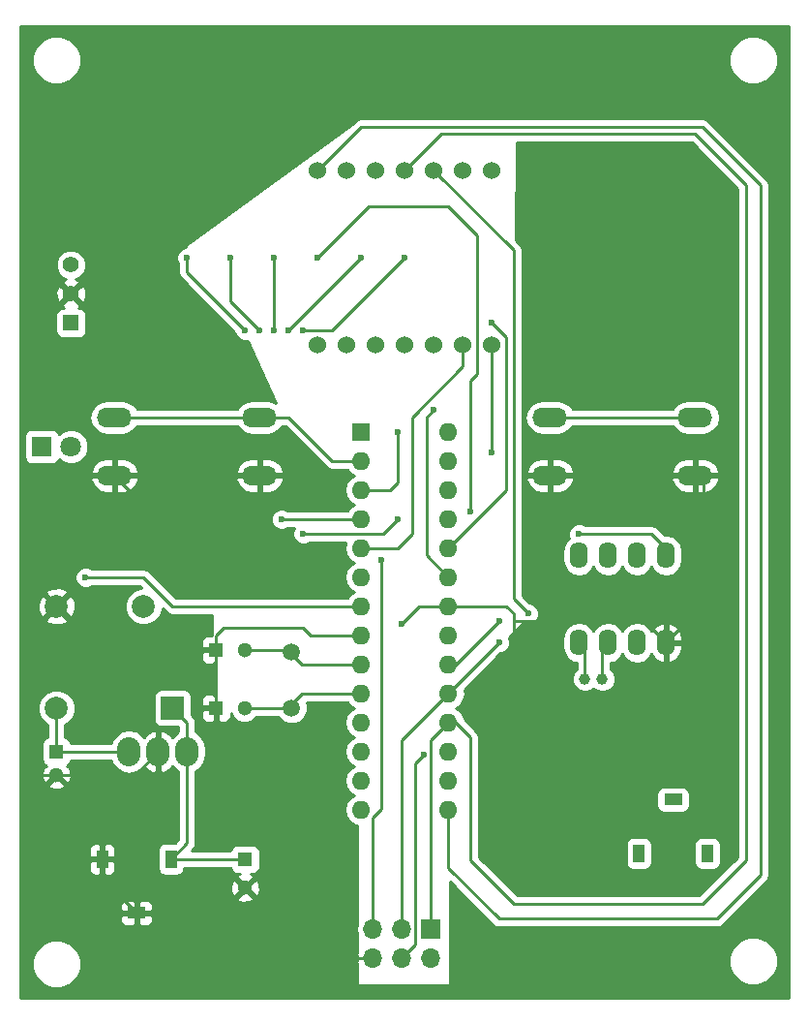
<source format=gbr>
G04 #@! TF.FileFunction,Copper,L1,Top,Signal*
%FSLAX46Y46*%
G04 Gerber Fmt 4.6, Leading zero omitted, Abs format (unit mm)*
G04 Created by KiCad (PCBNEW 4.0.5) date Sat Feb  4 14:15:58 2017*
%MOMM*%
%LPD*%
G01*
G04 APERTURE LIST*
%ADD10C,0.100000*%
%ADD11O,3.048000X1.727200*%
%ADD12O,1.600000X2.300000*%
%ADD13C,1.300000*%
%ADD14R,1.300000X1.300000*%
%ADD15C,1.998980*%
%ADD16R,1.998980X1.998980*%
%ADD17C,2.000000*%
%ADD18R,1.397000X1.397000*%
%ADD19C,1.397000*%
%ADD20O,2.032000X2.540000*%
%ADD21C,1.524000*%
%ADD22C,1.000760*%
%ADD23C,1.500000*%
%ADD24R,1.800000X1.800000*%
%ADD25C,1.800000*%
%ADD26R,1.600000X1.600000*%
%ADD27O,1.600000X1.600000*%
%ADD28R,1.700000X1.700000*%
%ADD29O,1.700000X1.700000*%
%ADD30R,1.000000X1.600000*%
%ADD31R,1.600000X1.000000*%
%ADD32C,0.600000*%
%ADD33C,0.250000*%
%ADD34C,0.254000*%
G04 APERTURE END LIST*
D10*
D11*
X173990000Y-119380000D03*
X173990000Y-124460000D03*
X161290000Y-119380000D03*
X161290000Y-124460000D03*
D12*
X163830000Y-139065000D03*
X166370000Y-139065000D03*
X168910000Y-139065000D03*
X171450000Y-139065000D03*
X171450000Y-131445000D03*
X168910000Y-131445000D03*
X166370000Y-131445000D03*
X163830000Y-131445000D03*
D13*
X134620000Y-160488000D03*
D14*
X134620000Y-157988000D03*
X118110000Y-148590000D03*
D13*
X118110000Y-150590000D03*
D14*
X132080000Y-139700000D03*
D13*
X134580000Y-139700000D03*
D14*
X132080000Y-144780000D03*
D13*
X134580000Y-144780000D03*
D15*
X118110000Y-144782540D03*
D16*
X128270000Y-144782540D03*
D17*
X125719840Y-135890000D03*
X118120160Y-135890000D03*
D18*
X119380000Y-111125000D03*
D19*
X119380000Y-108585000D03*
X119380000Y-106045000D03*
D20*
X127000000Y-148590000D03*
X124460000Y-148590000D03*
X129540000Y-148590000D03*
D21*
X148590000Y-97790000D03*
X151130000Y-97790000D03*
X153670000Y-97790000D03*
X156210000Y-97790000D03*
X148590000Y-113030000D03*
X151130000Y-113030000D03*
X153670000Y-113030000D03*
X156210000Y-113030000D03*
X146050000Y-97790000D03*
X143510000Y-97790000D03*
X140970000Y-97790000D03*
X140970000Y-113030000D03*
X143510000Y-113030000D03*
X146050000Y-113030000D03*
D22*
X165849300Y-142240000D03*
X164350700Y-142240000D03*
D23*
X138684000Y-144780000D03*
X138684000Y-139900000D03*
D24*
X116840000Y-121920000D03*
D25*
X119380000Y-121920000D03*
D26*
X144780000Y-120650000D03*
D27*
X152400000Y-153670000D03*
X144780000Y-123190000D03*
X152400000Y-151130000D03*
X144780000Y-125730000D03*
X152400000Y-148590000D03*
X144780000Y-128270000D03*
X152400000Y-146050000D03*
X144780000Y-130810000D03*
X152400000Y-143510000D03*
X144780000Y-133350000D03*
X152400000Y-140970000D03*
X144780000Y-135890000D03*
X152400000Y-138430000D03*
X144780000Y-138430000D03*
X152400000Y-135890000D03*
X144780000Y-140970000D03*
X152400000Y-133350000D03*
X144780000Y-143510000D03*
X152400000Y-130810000D03*
X144780000Y-146050000D03*
X152400000Y-128270000D03*
X144780000Y-148590000D03*
X152400000Y-125730000D03*
X144780000Y-151130000D03*
X152400000Y-123190000D03*
X144780000Y-153670000D03*
X152400000Y-120650000D03*
D28*
X150876000Y-164084000D03*
D29*
X150876000Y-166624000D03*
X148336000Y-164084000D03*
X148336000Y-166624000D03*
X145796000Y-164084000D03*
X145796000Y-166624000D03*
D11*
X135890000Y-119380000D03*
X135890000Y-124460000D03*
X123190000Y-119380000D03*
X123190000Y-124460000D03*
D30*
X169059860Y-157480000D03*
X175059340Y-157480000D03*
D31*
X172059600Y-152781000D03*
D30*
X128120140Y-157988000D03*
X122120660Y-157988000D03*
D31*
X125120400Y-162687000D03*
D32*
X156210000Y-122428000D03*
X148336000Y-137414000D03*
X158435000Y-153990000D03*
X128270000Y-130810000D03*
X156845000Y-137160000D03*
X120650000Y-133350000D03*
X148590000Y-105410000D03*
X139700000Y-111760000D03*
X138430000Y-111760000D03*
X144780000Y-105410000D03*
X137160000Y-111760000D03*
X137160000Y-105410000D03*
X133350000Y-105410000D03*
X135890000Y-111760000D03*
X134620000Y-111760000D03*
X129540000Y-105410000D03*
X150251000Y-148844000D03*
X154305000Y-127635000D03*
X140970000Y-105410000D03*
X159385000Y-136525000D03*
X156845000Y-139065000D03*
X151130000Y-118745000D03*
X156210000Y-111125000D03*
X139700000Y-129540000D03*
X147955000Y-128270000D03*
X163830000Y-129540000D03*
X146558000Y-131826000D03*
X147955000Y-120650000D03*
X137795000Y-128270000D03*
D33*
X118110000Y-150590000D02*
X125000000Y-150590000D01*
X125000000Y-150590000D02*
X127000000Y-148590000D01*
X122120660Y-157988000D02*
X122120660Y-159687260D01*
X122120660Y-159687260D02*
X125120400Y-162687000D01*
X122120660Y-157988000D02*
X122120660Y-153469340D01*
X122120660Y-153469340D02*
X127000000Y-148590000D01*
X173990000Y-124460000D02*
X174498000Y-124460000D01*
X174498000Y-124460000D02*
X174752000Y-124714000D01*
X174752000Y-124714000D02*
X174752000Y-135763000D01*
X174752000Y-135763000D02*
X171450000Y-139065000D01*
X156210000Y-113030000D02*
X156210000Y-122428000D01*
X123190000Y-124460000D02*
X123190000Y-122682000D01*
X117602000Y-110363000D02*
X119380000Y-108585000D01*
X117602000Y-117094000D02*
X117602000Y-110363000D01*
X123190000Y-122682000D02*
X117602000Y-117094000D01*
X158115000Y-137160000D02*
X169545000Y-137160000D01*
X169545000Y-137160000D02*
X171450000Y-139065000D01*
X134620000Y-160488000D02*
X134620000Y-160528000D01*
X134620000Y-160528000D02*
X140716000Y-166624000D01*
X140716000Y-166624000D02*
X145796000Y-166624000D01*
X125120400Y-162687000D02*
X132421000Y-162687000D01*
X132421000Y-162687000D02*
X134620000Y-160488000D01*
X149860000Y-135890000D02*
X148336000Y-137414000D01*
X158115000Y-153670000D02*
X158115000Y-137160000D01*
X158435000Y-153990000D02*
X158115000Y-153670000D01*
X128270000Y-130810000D02*
X128270000Y-129540000D01*
X128270000Y-129540000D02*
X133350000Y-124460000D01*
X128270000Y-129540000D02*
X123190000Y-124460000D01*
X144780000Y-138430000D02*
X140335000Y-138430000D01*
X139700000Y-137795000D02*
X132715000Y-137795000D01*
X140335000Y-138430000D02*
X139700000Y-137795000D01*
X158115000Y-136525000D02*
X158115000Y-137160000D01*
X152400000Y-135890000D02*
X157480000Y-135890000D01*
X157480000Y-135890000D02*
X158115000Y-136525000D01*
X152400000Y-135890000D02*
X152400000Y-136525000D01*
X149860000Y-135890000D02*
X152400000Y-135890000D01*
X133350000Y-124460000D02*
X135890000Y-124460000D01*
X132080000Y-139700000D02*
X132080000Y-144780000D01*
X132080000Y-139700000D02*
X132080000Y-138430000D01*
X132080000Y-138430000D02*
X132715000Y-137795000D01*
X115570000Y-138440160D02*
X118120160Y-135890000D01*
X125000000Y-150590000D02*
X127000000Y-148590000D01*
X118110000Y-150590000D02*
X116300000Y-150590000D01*
X115570000Y-149860000D02*
X115570000Y-138440160D01*
X116300000Y-150590000D02*
X115570000Y-149860000D01*
X128120140Y-157988000D02*
X134620000Y-157988000D01*
X129540000Y-148590000D02*
X129540000Y-156568140D01*
X129540000Y-156568140D02*
X128120140Y-157988000D01*
X129540000Y-148590000D02*
X129540000Y-146052540D01*
X129390140Y-148739860D02*
X129540000Y-148590000D01*
X129540000Y-146052540D02*
X128270000Y-144782540D01*
X152400000Y-140970000D02*
X153035000Y-140970000D01*
X153035000Y-140970000D02*
X156845000Y-137160000D01*
X144780000Y-135890000D02*
X128270000Y-135890000D01*
X125730000Y-133350000D02*
X120650000Y-133350000D01*
X128270000Y-135890000D02*
X125730000Y-133350000D01*
X118110000Y-148590000D02*
X118110000Y-144782540D01*
X118110000Y-148590000D02*
X124460000Y-148590000D01*
X144780000Y-140970000D02*
X139600940Y-140970000D01*
X139600940Y-140970000D02*
X138430000Y-139799060D01*
X134580000Y-139700000D02*
X138330940Y-139700000D01*
X138330940Y-139700000D02*
X138430000Y-139799060D01*
X134580000Y-144780000D02*
X138330940Y-144780000D01*
X138330940Y-144780000D02*
X139600940Y-143510000D01*
X139600940Y-143510000D02*
X144780000Y-143510000D01*
X144680940Y-143410940D02*
X144780000Y-143510000D01*
X138330940Y-144780000D02*
X138430000Y-144680940D01*
X144780000Y-130810000D02*
X147955000Y-130810000D01*
X149225000Y-129540000D02*
X149225000Y-119380000D01*
X147955000Y-130810000D02*
X149225000Y-129540000D01*
X153670000Y-114935000D02*
X153670000Y-113030000D01*
X149225000Y-119380000D02*
X153670000Y-114935000D01*
X142240000Y-111760000D02*
X139700000Y-111760000D01*
X142240000Y-111760000D02*
X148590000Y-105410000D01*
X138430000Y-111760000D02*
X144780000Y-105410000D01*
X137160000Y-111760000D02*
X137160000Y-105410000D01*
X133350000Y-109220000D02*
X133350000Y-105410000D01*
X135890000Y-111760000D02*
X133350000Y-109220000D01*
X129540000Y-106680000D02*
X129540000Y-105410000D01*
X134620000Y-111760000D02*
X129540000Y-106680000D01*
X174625000Y-93980000D02*
X179705000Y-99060000D01*
X179705000Y-159385000D02*
X175895000Y-163195000D01*
X179705000Y-99060000D02*
X179705000Y-159385000D01*
X156845000Y-163195000D02*
X175895000Y-163195000D01*
X152400000Y-153670000D02*
X152400000Y-158750000D01*
X152400000Y-158750000D02*
X156845000Y-163195000D01*
X140970000Y-97790000D02*
X144780000Y-93980000D01*
X144780000Y-93980000D02*
X174625000Y-93980000D01*
X148336000Y-166624000D02*
X149511001Y-165448999D01*
X149511001Y-165448999D02*
X149511001Y-149583999D01*
X149511001Y-149583999D02*
X150251000Y-148844000D01*
X154305000Y-127635000D02*
X154305000Y-116205000D01*
X154940000Y-115570000D02*
X154305000Y-116205000D01*
X154940000Y-103505000D02*
X154940000Y-115570000D01*
X152400000Y-100965000D02*
X154940000Y-103505000D01*
X145415000Y-100965000D02*
X152400000Y-100965000D01*
X140970000Y-105410000D02*
X145415000Y-100965000D01*
X152400000Y-147955000D02*
X152400000Y-148590000D01*
X158115000Y-161925000D02*
X174625000Y-161925000D01*
X178435000Y-99060000D02*
X173990000Y-94615000D01*
X178435000Y-158115000D02*
X178435000Y-99060000D01*
X174625000Y-161925000D02*
X178435000Y-158115000D01*
X154305000Y-158115000D02*
X158115000Y-161925000D01*
X154305000Y-147320000D02*
X154305000Y-158115000D01*
X173990000Y-94615000D02*
X151765000Y-94615000D01*
X150876000Y-164084000D02*
X150876000Y-147574000D01*
X150876000Y-147574000D02*
X152400000Y-146050000D01*
X148590000Y-97790000D02*
X151765000Y-94615000D01*
X154305000Y-147320000D02*
X153035000Y-146050000D01*
X153035000Y-146050000D02*
X152400000Y-146050000D01*
X148336000Y-164084000D02*
X148336000Y-147574000D01*
X148336000Y-147574000D02*
X152400000Y-143510000D01*
X152400000Y-143510000D02*
X156845000Y-139065000D01*
X151130000Y-97790000D02*
X158115000Y-104775000D01*
X158115000Y-135255000D02*
X159385000Y-136525000D01*
X158115000Y-104775000D02*
X158115000Y-135255000D01*
X150495000Y-131445000D02*
X152400000Y-133350000D01*
X150495000Y-119380000D02*
X151130000Y-118745000D01*
X150495000Y-131445000D02*
X150495000Y-119380000D01*
X157480000Y-112395000D02*
X156210000Y-111125000D01*
X157480000Y-112395000D02*
X157480000Y-125730000D01*
X152400000Y-130810000D02*
X157480000Y-125730000D01*
X146685000Y-129540000D02*
X139700000Y-129540000D01*
X146685000Y-129540000D02*
X147955000Y-128270000D01*
X171450000Y-131445000D02*
X171450000Y-130810000D01*
X171450000Y-130810000D02*
X170180000Y-129540000D01*
X170180000Y-129540000D02*
X163830000Y-129540000D01*
X164350700Y-142240000D02*
X164350700Y-139585700D01*
X164350700Y-139585700D02*
X163830000Y-139065000D01*
X165849300Y-142240000D02*
X165849300Y-139585700D01*
X165849300Y-139585700D02*
X166370000Y-139065000D01*
X146558000Y-153557002D02*
X146558000Y-131826000D01*
X145796000Y-164084000D02*
X145796000Y-154319002D01*
X145796000Y-154319002D02*
X146558000Y-153557002D01*
X116840000Y-121920000D02*
X116738400Y-121920000D01*
X135890000Y-119380000D02*
X138430000Y-119380000D01*
X142240000Y-123190000D02*
X144780000Y-123190000D01*
X138430000Y-119380000D02*
X142240000Y-123190000D01*
X123190000Y-119380000D02*
X135890000Y-119380000D01*
X144780000Y-125730000D02*
X147320000Y-125730000D01*
X147320000Y-125730000D02*
X147955000Y-125095000D01*
X147955000Y-125095000D02*
X147955000Y-120650000D01*
X161290000Y-119380000D02*
X173990000Y-119380000D01*
X144780000Y-128270000D02*
X137795000Y-128270000D01*
D34*
G36*
X182195000Y-170130000D02*
X114985000Y-170130000D01*
X114985000Y-167554815D01*
X115974630Y-167554815D01*
X116298980Y-168339800D01*
X116899041Y-168940909D01*
X117683459Y-169266628D01*
X118532815Y-169267370D01*
X119317800Y-168943020D01*
X119918909Y-168342959D01*
X120244628Y-167558541D01*
X120245370Y-166709185D01*
X119921020Y-165924200D01*
X119320959Y-165323091D01*
X118536541Y-164997372D01*
X117687185Y-164996630D01*
X116902200Y-165320980D01*
X116301091Y-165921041D01*
X115975372Y-166705459D01*
X115974630Y-167554815D01*
X114985000Y-167554815D01*
X114985000Y-162972750D01*
X123685400Y-162972750D01*
X123685400Y-163313310D01*
X123782073Y-163546699D01*
X123960702Y-163725327D01*
X124194091Y-163822000D01*
X124834650Y-163822000D01*
X124993400Y-163663250D01*
X124993400Y-162814000D01*
X125247400Y-162814000D01*
X125247400Y-163663250D01*
X125406150Y-163822000D01*
X126046709Y-163822000D01*
X126280098Y-163725327D01*
X126458727Y-163546699D01*
X126555400Y-163313310D01*
X126555400Y-162972750D01*
X126396650Y-162814000D01*
X125247400Y-162814000D01*
X124993400Y-162814000D01*
X123844150Y-162814000D01*
X123685400Y-162972750D01*
X114985000Y-162972750D01*
X114985000Y-162060690D01*
X123685400Y-162060690D01*
X123685400Y-162401250D01*
X123844150Y-162560000D01*
X124993400Y-162560000D01*
X124993400Y-161710750D01*
X125247400Y-161710750D01*
X125247400Y-162560000D01*
X126396650Y-162560000D01*
X126555400Y-162401250D01*
X126555400Y-162060690D01*
X126458727Y-161827301D01*
X126280098Y-161648673D01*
X126046709Y-161552000D01*
X125406150Y-161552000D01*
X125247400Y-161710750D01*
X124993400Y-161710750D01*
X124834650Y-161552000D01*
X124194091Y-161552000D01*
X123960702Y-161648673D01*
X123782073Y-161827301D01*
X123685400Y-162060690D01*
X114985000Y-162060690D01*
X114985000Y-161387016D01*
X133900590Y-161387016D01*
X133956271Y-161617611D01*
X134439078Y-161785622D01*
X134949428Y-161756083D01*
X135283729Y-161617611D01*
X135339410Y-161387016D01*
X134620000Y-160667605D01*
X133900590Y-161387016D01*
X114985000Y-161387016D01*
X114985000Y-160307078D01*
X133322378Y-160307078D01*
X133351917Y-160817428D01*
X133490389Y-161151729D01*
X133720984Y-161207410D01*
X134440395Y-160488000D01*
X134799605Y-160488000D01*
X135519016Y-161207410D01*
X135749611Y-161151729D01*
X135917622Y-160668922D01*
X135888083Y-160158572D01*
X135749611Y-159824271D01*
X135519016Y-159768590D01*
X134799605Y-160488000D01*
X134440395Y-160488000D01*
X133720984Y-159768590D01*
X133490389Y-159824271D01*
X133322378Y-160307078D01*
X114985000Y-160307078D01*
X114985000Y-158273750D01*
X120985660Y-158273750D01*
X120985660Y-158914310D01*
X121082333Y-159147699D01*
X121260962Y-159326327D01*
X121494351Y-159423000D01*
X121834910Y-159423000D01*
X121993660Y-159264250D01*
X121993660Y-158115000D01*
X122247660Y-158115000D01*
X122247660Y-159264250D01*
X122406410Y-159423000D01*
X122746969Y-159423000D01*
X122980358Y-159326327D01*
X123158987Y-159147699D01*
X123255660Y-158914310D01*
X123255660Y-158273750D01*
X123096910Y-158115000D01*
X122247660Y-158115000D01*
X121993660Y-158115000D01*
X121144410Y-158115000D01*
X120985660Y-158273750D01*
X114985000Y-158273750D01*
X114985000Y-157061690D01*
X120985660Y-157061690D01*
X120985660Y-157702250D01*
X121144410Y-157861000D01*
X121993660Y-157861000D01*
X121993660Y-156711750D01*
X122247660Y-156711750D01*
X122247660Y-157861000D01*
X123096910Y-157861000D01*
X123255660Y-157702250D01*
X123255660Y-157061690D01*
X123158987Y-156828301D01*
X122980358Y-156649673D01*
X122746969Y-156553000D01*
X122406410Y-156553000D01*
X122247660Y-156711750D01*
X121993660Y-156711750D01*
X121834910Y-156553000D01*
X121494351Y-156553000D01*
X121260962Y-156649673D01*
X121082333Y-156828301D01*
X120985660Y-157061690D01*
X114985000Y-157061690D01*
X114985000Y-151489016D01*
X117390590Y-151489016D01*
X117446271Y-151719611D01*
X117929078Y-151887622D01*
X118439428Y-151858083D01*
X118773729Y-151719611D01*
X118829410Y-151489016D01*
X118110000Y-150769605D01*
X117390590Y-151489016D01*
X114985000Y-151489016D01*
X114985000Y-145106234D01*
X116475226Y-145106234D01*
X116723538Y-145707195D01*
X117182927Y-146167386D01*
X117350000Y-146236761D01*
X117350000Y-147313258D01*
X117224683Y-147336838D01*
X117008559Y-147475910D01*
X116863569Y-147688110D01*
X116812560Y-147940000D01*
X116812560Y-149240000D01*
X116856838Y-149475317D01*
X116995910Y-149691441D01*
X117109329Y-149768937D01*
X117210982Y-149870590D01*
X116980389Y-149926271D01*
X116812378Y-150409078D01*
X116841917Y-150919428D01*
X116980389Y-151253729D01*
X117210984Y-151309410D01*
X117930395Y-150590000D01*
X117916252Y-150575858D01*
X118095858Y-150396252D01*
X118110000Y-150410395D01*
X118124142Y-150396252D01*
X118303748Y-150575858D01*
X118289605Y-150590000D01*
X119009016Y-151309410D01*
X119239611Y-151253729D01*
X119407622Y-150770922D01*
X119378083Y-150260572D01*
X119239611Y-149926271D01*
X119009018Y-149870590D01*
X119110680Y-149768928D01*
X119211441Y-149704090D01*
X119356431Y-149491890D01*
X119385164Y-149350000D01*
X122902226Y-149350000D01*
X122934675Y-149513131D01*
X123292567Y-150048754D01*
X123828190Y-150406646D01*
X124460000Y-150532321D01*
X125091810Y-150406646D01*
X125627433Y-150048754D01*
X125744054Y-149874219D01*
X125922370Y-150101236D01*
X126485523Y-150417926D01*
X126617056Y-150449975D01*
X126873000Y-150330836D01*
X126873000Y-148717000D01*
X126853000Y-148717000D01*
X126853000Y-148463000D01*
X126873000Y-148463000D01*
X126873000Y-146849164D01*
X126617056Y-146730025D01*
X126485523Y-146762074D01*
X125922370Y-147078764D01*
X125744054Y-147305781D01*
X125627433Y-147131246D01*
X125091810Y-146773354D01*
X124460000Y-146647679D01*
X123828190Y-146773354D01*
X123292567Y-147131246D01*
X122934675Y-147666869D01*
X122902226Y-147830000D01*
X119386742Y-147830000D01*
X119363162Y-147704683D01*
X119224090Y-147488559D01*
X119011890Y-147343569D01*
X118870000Y-147314836D01*
X118870000Y-146237036D01*
X119034655Y-146169002D01*
X119494846Y-145709613D01*
X119744206Y-145109087D01*
X119744774Y-144458846D01*
X119496462Y-143857885D01*
X119421758Y-143783050D01*
X126623070Y-143783050D01*
X126623070Y-145782030D01*
X126667348Y-146017347D01*
X126806420Y-146233471D01*
X127018620Y-146378461D01*
X127270510Y-146429470D01*
X128780000Y-146429470D01*
X128780000Y-146859008D01*
X128372567Y-147131246D01*
X128255946Y-147305781D01*
X128077630Y-147078764D01*
X127514477Y-146762074D01*
X127382944Y-146730025D01*
X127127000Y-146849164D01*
X127127000Y-148463000D01*
X127147000Y-148463000D01*
X127147000Y-148717000D01*
X127127000Y-148717000D01*
X127127000Y-150330836D01*
X127382944Y-150449975D01*
X127514477Y-150417926D01*
X128077630Y-150101236D01*
X128255946Y-149874219D01*
X128372567Y-150048754D01*
X128780000Y-150320992D01*
X128780000Y-156253338D01*
X128492778Y-156540560D01*
X127620140Y-156540560D01*
X127384823Y-156584838D01*
X127168699Y-156723910D01*
X127023709Y-156936110D01*
X126972700Y-157188000D01*
X126972700Y-158788000D01*
X127016978Y-159023317D01*
X127156050Y-159239441D01*
X127368250Y-159384431D01*
X127620140Y-159435440D01*
X128620140Y-159435440D01*
X128855457Y-159391162D01*
X129071581Y-159252090D01*
X129216571Y-159039890D01*
X129267580Y-158788000D01*
X129267580Y-158748000D01*
X133343258Y-158748000D01*
X133366838Y-158873317D01*
X133505910Y-159089441D01*
X133718110Y-159234431D01*
X133970000Y-159285440D01*
X134132385Y-159285440D01*
X133956271Y-159358389D01*
X133900590Y-159588984D01*
X134620000Y-160308395D01*
X135339410Y-159588984D01*
X135283729Y-159358389D01*
X135074098Y-159285440D01*
X135270000Y-159285440D01*
X135505317Y-159241162D01*
X135721441Y-159102090D01*
X135866431Y-158889890D01*
X135917440Y-158638000D01*
X135917440Y-157338000D01*
X135873162Y-157102683D01*
X135734090Y-156886559D01*
X135521890Y-156741569D01*
X135270000Y-156690560D01*
X133970000Y-156690560D01*
X133734683Y-156734838D01*
X133518559Y-156873910D01*
X133373569Y-157086110D01*
X133344836Y-157228000D01*
X129954942Y-157228000D01*
X130077401Y-157105541D01*
X130242148Y-156858980D01*
X130300000Y-156568140D01*
X130300000Y-150320992D01*
X130707433Y-150048754D01*
X131065325Y-149513131D01*
X131191000Y-148881321D01*
X131191000Y-148298679D01*
X131065325Y-147666869D01*
X130707433Y-147131246D01*
X130300000Y-146859008D01*
X130300000Y-146052540D01*
X130242148Y-145761701D01*
X130242148Y-145761700D01*
X130077401Y-145515139D01*
X129916930Y-145354668D01*
X129916930Y-143783050D01*
X129872652Y-143547733D01*
X129733580Y-143331609D01*
X129521380Y-143186619D01*
X129269490Y-143135610D01*
X127270510Y-143135610D01*
X127035193Y-143179888D01*
X126819069Y-143318960D01*
X126674079Y-143531160D01*
X126623070Y-143783050D01*
X119421758Y-143783050D01*
X119037073Y-143397694D01*
X118436547Y-143148334D01*
X117786306Y-143147766D01*
X117185345Y-143396078D01*
X116725154Y-143855467D01*
X116475794Y-144455993D01*
X116475226Y-145106234D01*
X114985000Y-145106234D01*
X114985000Y-137042532D01*
X117147233Y-137042532D01*
X117245896Y-137309387D01*
X117855621Y-137535908D01*
X118505620Y-137511856D01*
X118994424Y-137309387D01*
X119093087Y-137042532D01*
X118120160Y-136069605D01*
X117147233Y-137042532D01*
X114985000Y-137042532D01*
X114985000Y-135625461D01*
X116474252Y-135625461D01*
X116498304Y-136275460D01*
X116700773Y-136764264D01*
X116967628Y-136862927D01*
X117940555Y-135890000D01*
X118299765Y-135890000D01*
X119272692Y-136862927D01*
X119539547Y-136764264D01*
X119766068Y-136154539D01*
X119742016Y-135504540D01*
X119539547Y-135015736D01*
X119272692Y-134917073D01*
X118299765Y-135890000D01*
X117940555Y-135890000D01*
X116967628Y-134917073D01*
X116700773Y-135015736D01*
X116474252Y-135625461D01*
X114985000Y-135625461D01*
X114985000Y-134737468D01*
X117147233Y-134737468D01*
X118120160Y-135710395D01*
X119093087Y-134737468D01*
X118994424Y-134470613D01*
X118384699Y-134244092D01*
X117734700Y-134268144D01*
X117245896Y-134470613D01*
X117147233Y-134737468D01*
X114985000Y-134737468D01*
X114985000Y-133535167D01*
X119714838Y-133535167D01*
X119856883Y-133878943D01*
X120119673Y-134142192D01*
X120463201Y-134284838D01*
X120835167Y-134285162D01*
X121178943Y-134143117D01*
X121212118Y-134110000D01*
X125415198Y-134110000D01*
X125560057Y-134254859D01*
X125396045Y-134254716D01*
X124794897Y-134503106D01*
X124334562Y-134962637D01*
X124085124Y-135563352D01*
X124084556Y-136213795D01*
X124332946Y-136814943D01*
X124792477Y-137275278D01*
X125393192Y-137524716D01*
X126043635Y-137525284D01*
X126644783Y-137276894D01*
X127105118Y-136817363D01*
X127354556Y-136216648D01*
X127354702Y-136049504D01*
X127732599Y-136427401D01*
X127979160Y-136592148D01*
X128027414Y-136601746D01*
X128270000Y-136650000D01*
X131699000Y-136650000D01*
X131699000Y-138415000D01*
X131303691Y-138415000D01*
X131070302Y-138511673D01*
X130891673Y-138690301D01*
X130795000Y-138923690D01*
X130795000Y-139414250D01*
X130953750Y-139573000D01*
X131813823Y-139573000D01*
X131953000Y-139599937D01*
X131953000Y-139827000D01*
X130953750Y-139827000D01*
X130795000Y-139985750D01*
X130795000Y-140476310D01*
X130891673Y-140709699D01*
X131070302Y-140888327D01*
X131303691Y-140985000D01*
X131794250Y-140985000D01*
X131952998Y-140826252D01*
X131952998Y-140985000D01*
X131953000Y-140985000D01*
X131953000Y-143495000D01*
X131952998Y-143495000D01*
X131952998Y-143653748D01*
X131794250Y-143495000D01*
X131303691Y-143495000D01*
X131070302Y-143591673D01*
X130891673Y-143770301D01*
X130795000Y-144003690D01*
X130795000Y-144494250D01*
X130953750Y-144653000D01*
X131953000Y-144653000D01*
X131953000Y-144907000D01*
X130953750Y-144907000D01*
X130795000Y-145065750D01*
X130795000Y-145556310D01*
X130891673Y-145789699D01*
X131070302Y-145968327D01*
X131303691Y-146065000D01*
X131794250Y-146065000D01*
X131953000Y-145906250D01*
X131953000Y-145034000D01*
X131963006Y-145083410D01*
X131991447Y-145125035D01*
X132033841Y-145152315D01*
X132080000Y-145161000D01*
X132207000Y-145161000D01*
X132207000Y-145906250D01*
X132365750Y-146065000D01*
X132856309Y-146065000D01*
X133089698Y-145968327D01*
X133268327Y-145789699D01*
X133365000Y-145556310D01*
X133365000Y-145204433D01*
X133489995Y-145506943D01*
X133851155Y-145868735D01*
X134323276Y-146064777D01*
X134834481Y-146065223D01*
X135306943Y-145870005D01*
X135637525Y-145540000D01*
X137499453Y-145540000D01*
X137509169Y-145563515D01*
X137898436Y-145953461D01*
X138407298Y-146164759D01*
X138958285Y-146165240D01*
X139467515Y-145954831D01*
X139857461Y-145565564D01*
X140068759Y-145056702D01*
X140069240Y-144505715D01*
X139971845Y-144270000D01*
X143567005Y-144270000D01*
X143737189Y-144524698D01*
X144119275Y-144780000D01*
X143737189Y-145035302D01*
X143426120Y-145500849D01*
X143316887Y-146050000D01*
X143426120Y-146599151D01*
X143737189Y-147064698D01*
X144119275Y-147320000D01*
X143737189Y-147575302D01*
X143426120Y-148040849D01*
X143316887Y-148590000D01*
X143426120Y-149139151D01*
X143737189Y-149604698D01*
X144119275Y-149860000D01*
X143737189Y-150115302D01*
X143426120Y-150580849D01*
X143316887Y-151130000D01*
X143426120Y-151679151D01*
X143737189Y-152144698D01*
X144119275Y-152400000D01*
X143737189Y-152655302D01*
X143426120Y-153120849D01*
X143316887Y-153670000D01*
X143426120Y-154219151D01*
X143737189Y-154684698D01*
X144202736Y-154995767D01*
X144399000Y-155034806D01*
X144399000Y-163612501D01*
X144311000Y-164054907D01*
X144311000Y-164113093D01*
X144399000Y-164555499D01*
X144399000Y-166172382D01*
X144354514Y-166267108D01*
X144399000Y-166351862D01*
X144399000Y-166896138D01*
X144354514Y-166980892D01*
X144399000Y-167075618D01*
X144399000Y-168910000D01*
X144409006Y-168959410D01*
X144437447Y-169001035D01*
X144479841Y-169028315D01*
X144526000Y-169037000D01*
X152400000Y-169037000D01*
X152449410Y-169026994D01*
X152491035Y-168998553D01*
X152518315Y-168956159D01*
X152527000Y-168910000D01*
X152527000Y-167300815D01*
X176934630Y-167300815D01*
X177258980Y-168085800D01*
X177859041Y-168686909D01*
X178643459Y-169012628D01*
X179492815Y-169013370D01*
X180277800Y-168689020D01*
X180878909Y-168088959D01*
X181204628Y-167304541D01*
X181205370Y-166455185D01*
X180881020Y-165670200D01*
X180280959Y-165069091D01*
X179496541Y-164743372D01*
X178647185Y-164742630D01*
X177862200Y-165066980D01*
X177261091Y-165667041D01*
X176935372Y-166451459D01*
X176934630Y-167300815D01*
X152527000Y-167300815D01*
X152527000Y-159951802D01*
X156307599Y-163732401D01*
X156554160Y-163897148D01*
X156845000Y-163955000D01*
X175895000Y-163955000D01*
X176185839Y-163897148D01*
X176432401Y-163732401D01*
X180242401Y-159922401D01*
X180407148Y-159675839D01*
X180465000Y-159385000D01*
X180465000Y-99060000D01*
X180407148Y-98769161D01*
X180242401Y-98522599D01*
X175162401Y-93442599D01*
X174915839Y-93277852D01*
X174625000Y-93220000D01*
X144780000Y-93220000D01*
X144489161Y-93277852D01*
X144242599Y-93442599D01*
X143952033Y-93733165D01*
X129465199Y-104291366D01*
X129431162Y-104328554D01*
X129413000Y-104394000D01*
X129413000Y-104474889D01*
X129354833Y-104474838D01*
X129011057Y-104616883D01*
X128747808Y-104879673D01*
X128605162Y-105223201D01*
X128604838Y-105595167D01*
X128746883Y-105938943D01*
X128780000Y-105972118D01*
X128780000Y-106680000D01*
X128837852Y-106970839D01*
X129002599Y-107217401D01*
X133684878Y-111899680D01*
X133684838Y-111945167D01*
X133826883Y-112288943D01*
X134089673Y-112552192D01*
X134433201Y-112694838D01*
X134805167Y-112695162D01*
X134885208Y-112662090D01*
X137323008Y-118100259D01*
X137166186Y-117995474D01*
X136592697Y-117881400D01*
X135187303Y-117881400D01*
X134613814Y-117995474D01*
X134127633Y-118320330D01*
X133927400Y-118620000D01*
X125152600Y-118620000D01*
X124952367Y-118320330D01*
X124466186Y-117995474D01*
X123892697Y-117881400D01*
X122487303Y-117881400D01*
X121913814Y-117995474D01*
X121427633Y-118320330D01*
X121102777Y-118806511D01*
X120988703Y-119380000D01*
X121102777Y-119953489D01*
X121427633Y-120439670D01*
X121913814Y-120764526D01*
X122487303Y-120878600D01*
X123892697Y-120878600D01*
X124466186Y-120764526D01*
X124952367Y-120439670D01*
X125152600Y-120140000D01*
X133927400Y-120140000D01*
X134127633Y-120439670D01*
X134613814Y-120764526D01*
X135187303Y-120878600D01*
X136592697Y-120878600D01*
X137166186Y-120764526D01*
X137652367Y-120439670D01*
X137852600Y-120140000D01*
X138115198Y-120140000D01*
X141702599Y-123727401D01*
X141949161Y-123892148D01*
X142240000Y-123950000D01*
X143567005Y-123950000D01*
X143737189Y-124204698D01*
X144119275Y-124460000D01*
X143737189Y-124715302D01*
X143426120Y-125180849D01*
X143316887Y-125730000D01*
X143426120Y-126279151D01*
X143737189Y-126744698D01*
X144119275Y-127000000D01*
X143737189Y-127255302D01*
X143567005Y-127510000D01*
X138357463Y-127510000D01*
X138325327Y-127477808D01*
X137981799Y-127335162D01*
X137609833Y-127334838D01*
X137266057Y-127476883D01*
X137002808Y-127739673D01*
X136860162Y-128083201D01*
X136859838Y-128455167D01*
X137001883Y-128798943D01*
X137264673Y-129062192D01*
X137608201Y-129204838D01*
X137980167Y-129205162D01*
X138323943Y-129063117D01*
X138357118Y-129030000D01*
X138899367Y-129030000D01*
X138765162Y-129353201D01*
X138764838Y-129725167D01*
X138906883Y-130068943D01*
X139169673Y-130332192D01*
X139513201Y-130474838D01*
X139885167Y-130475162D01*
X140228943Y-130333117D01*
X140262118Y-130300000D01*
X143418332Y-130300000D01*
X143316887Y-130810000D01*
X143426120Y-131359151D01*
X143737189Y-131824698D01*
X144119275Y-132080000D01*
X143737189Y-132335302D01*
X143426120Y-132800849D01*
X143316887Y-133350000D01*
X143426120Y-133899151D01*
X143737189Y-134364698D01*
X144119275Y-134620000D01*
X143737189Y-134875302D01*
X143567005Y-135130000D01*
X128584802Y-135130000D01*
X126267401Y-132812599D01*
X126020839Y-132647852D01*
X125730000Y-132590000D01*
X121212463Y-132590000D01*
X121180327Y-132557808D01*
X120836799Y-132415162D01*
X120464833Y-132414838D01*
X120121057Y-132556883D01*
X119857808Y-132819673D01*
X119715162Y-133163201D01*
X119714838Y-133535167D01*
X114985000Y-133535167D01*
X114985000Y-124819026D01*
X121074642Y-124819026D01*
X121096473Y-124916157D01*
X121380127Y-125429868D01*
X121838778Y-125795925D01*
X122402600Y-125958600D01*
X123063000Y-125958600D01*
X123063000Y-124587000D01*
X123317000Y-124587000D01*
X123317000Y-125958600D01*
X123977400Y-125958600D01*
X124541222Y-125795925D01*
X124999873Y-125429868D01*
X125283527Y-124916157D01*
X125305358Y-124819026D01*
X133774642Y-124819026D01*
X133796473Y-124916157D01*
X134080127Y-125429868D01*
X134538778Y-125795925D01*
X135102600Y-125958600D01*
X135763000Y-125958600D01*
X135763000Y-124587000D01*
X136017000Y-124587000D01*
X136017000Y-125958600D01*
X136677400Y-125958600D01*
X137241222Y-125795925D01*
X137699873Y-125429868D01*
X137983527Y-124916157D01*
X138005358Y-124819026D01*
X137884217Y-124587000D01*
X136017000Y-124587000D01*
X135763000Y-124587000D01*
X133895783Y-124587000D01*
X133774642Y-124819026D01*
X125305358Y-124819026D01*
X125184217Y-124587000D01*
X123317000Y-124587000D01*
X123063000Y-124587000D01*
X121195783Y-124587000D01*
X121074642Y-124819026D01*
X114985000Y-124819026D01*
X114985000Y-124100974D01*
X121074642Y-124100974D01*
X121195783Y-124333000D01*
X123063000Y-124333000D01*
X123063000Y-122961400D01*
X123317000Y-122961400D01*
X123317000Y-124333000D01*
X125184217Y-124333000D01*
X125305358Y-124100974D01*
X133774642Y-124100974D01*
X133895783Y-124333000D01*
X135763000Y-124333000D01*
X135763000Y-122961400D01*
X136017000Y-122961400D01*
X136017000Y-124333000D01*
X137884217Y-124333000D01*
X138005358Y-124100974D01*
X137983527Y-124003843D01*
X137699873Y-123490132D01*
X137241222Y-123124075D01*
X136677400Y-122961400D01*
X136017000Y-122961400D01*
X135763000Y-122961400D01*
X135102600Y-122961400D01*
X134538778Y-123124075D01*
X134080127Y-123490132D01*
X133796473Y-124003843D01*
X133774642Y-124100974D01*
X125305358Y-124100974D01*
X125283527Y-124003843D01*
X124999873Y-123490132D01*
X124541222Y-123124075D01*
X123977400Y-122961400D01*
X123317000Y-122961400D01*
X123063000Y-122961400D01*
X122402600Y-122961400D01*
X121838778Y-123124075D01*
X121380127Y-123490132D01*
X121096473Y-124003843D01*
X121074642Y-124100974D01*
X114985000Y-124100974D01*
X114985000Y-121020000D01*
X115292560Y-121020000D01*
X115292560Y-122820000D01*
X115336838Y-123055317D01*
X115475910Y-123271441D01*
X115688110Y-123416431D01*
X115940000Y-123467440D01*
X117740000Y-123467440D01*
X117975317Y-123423162D01*
X118191441Y-123284090D01*
X118336431Y-123071890D01*
X118340567Y-123051466D01*
X118509357Y-123220551D01*
X119073330Y-123454733D01*
X119683991Y-123455265D01*
X120248371Y-123222068D01*
X120680551Y-122790643D01*
X120914733Y-122226670D01*
X120915265Y-121616009D01*
X120682068Y-121051629D01*
X120250643Y-120619449D01*
X119686670Y-120385267D01*
X119076009Y-120384735D01*
X118511629Y-120617932D01*
X118343387Y-120785880D01*
X118343162Y-120784683D01*
X118204090Y-120568559D01*
X117991890Y-120423569D01*
X117740000Y-120372560D01*
X115940000Y-120372560D01*
X115704683Y-120416838D01*
X115488559Y-120555910D01*
X115343569Y-120768110D01*
X115292560Y-121020000D01*
X114985000Y-121020000D01*
X114985000Y-110426500D01*
X118034060Y-110426500D01*
X118034060Y-111823500D01*
X118078338Y-112058817D01*
X118217410Y-112274941D01*
X118429610Y-112419931D01*
X118681500Y-112470940D01*
X120078500Y-112470940D01*
X120313817Y-112426662D01*
X120529941Y-112287590D01*
X120674931Y-112075390D01*
X120725940Y-111823500D01*
X120725940Y-110426500D01*
X120681662Y-110191183D01*
X120542590Y-109975059D01*
X120330390Y-109830069D01*
X120078500Y-109779060D01*
X120014360Y-109779060D01*
X120072929Y-109754800D01*
X120134583Y-109519188D01*
X119380000Y-108764605D01*
X118625417Y-109519188D01*
X118687071Y-109754800D01*
X118755998Y-109779060D01*
X118681500Y-109779060D01*
X118446183Y-109823338D01*
X118230059Y-109962410D01*
X118085069Y-110174610D01*
X118034060Y-110426500D01*
X114985000Y-110426500D01*
X114985000Y-108392480D01*
X118034073Y-108392480D01*
X118062852Y-108922199D01*
X118210200Y-109277929D01*
X118445812Y-109339583D01*
X119200395Y-108585000D01*
X119559605Y-108585000D01*
X120314188Y-109339583D01*
X120549800Y-109277929D01*
X120725927Y-108777520D01*
X120697148Y-108247801D01*
X120549800Y-107892071D01*
X120314188Y-107830417D01*
X119559605Y-108585000D01*
X119200395Y-108585000D01*
X118445812Y-107830417D01*
X118210200Y-107892071D01*
X118034073Y-108392480D01*
X114985000Y-108392480D01*
X114985000Y-106309086D01*
X118046269Y-106309086D01*
X118248854Y-106799380D01*
X118623647Y-107174827D01*
X118945118Y-107308314D01*
X118687071Y-107415200D01*
X118625417Y-107650812D01*
X119380000Y-108405395D01*
X120134583Y-107650812D01*
X120072929Y-107415200D01*
X119793688Y-107316917D01*
X120134380Y-107176146D01*
X120509827Y-106801353D01*
X120713268Y-106311413D01*
X120713731Y-105780914D01*
X120511146Y-105290620D01*
X120136353Y-104915173D01*
X119646413Y-104711732D01*
X119115914Y-104711269D01*
X118625620Y-104913854D01*
X118250173Y-105288647D01*
X118046732Y-105778587D01*
X118046269Y-106309086D01*
X114985000Y-106309086D01*
X114985000Y-88560815D01*
X115974630Y-88560815D01*
X116298980Y-89345800D01*
X116899041Y-89946909D01*
X117683459Y-90272628D01*
X118532815Y-90273370D01*
X119317800Y-89949020D01*
X119918909Y-89348959D01*
X120244628Y-88564541D01*
X120244631Y-88560815D01*
X176934630Y-88560815D01*
X177258980Y-89345800D01*
X177859041Y-89946909D01*
X178643459Y-90272628D01*
X179492815Y-90273370D01*
X180277800Y-89949020D01*
X180878909Y-89348959D01*
X181204628Y-88564541D01*
X181205370Y-87715185D01*
X180881020Y-86930200D01*
X180280959Y-86329091D01*
X179496541Y-86003372D01*
X178647185Y-86002630D01*
X177862200Y-86326980D01*
X177261091Y-86927041D01*
X176935372Y-87711459D01*
X176934630Y-88560815D01*
X120244631Y-88560815D01*
X120245370Y-87715185D01*
X119921020Y-86930200D01*
X119320959Y-86329091D01*
X118536541Y-86003372D01*
X117687185Y-86002630D01*
X116902200Y-86326980D01*
X116301091Y-86927041D01*
X115975372Y-87711459D01*
X115974630Y-88560815D01*
X114985000Y-88560815D01*
X114985000Y-85140000D01*
X182195000Y-85140000D01*
X182195000Y-170130000D01*
X182195000Y-170130000D01*
G37*
X182195000Y-170130000D02*
X114985000Y-170130000D01*
X114985000Y-167554815D01*
X115974630Y-167554815D01*
X116298980Y-168339800D01*
X116899041Y-168940909D01*
X117683459Y-169266628D01*
X118532815Y-169267370D01*
X119317800Y-168943020D01*
X119918909Y-168342959D01*
X120244628Y-167558541D01*
X120245370Y-166709185D01*
X119921020Y-165924200D01*
X119320959Y-165323091D01*
X118536541Y-164997372D01*
X117687185Y-164996630D01*
X116902200Y-165320980D01*
X116301091Y-165921041D01*
X115975372Y-166705459D01*
X115974630Y-167554815D01*
X114985000Y-167554815D01*
X114985000Y-162972750D01*
X123685400Y-162972750D01*
X123685400Y-163313310D01*
X123782073Y-163546699D01*
X123960702Y-163725327D01*
X124194091Y-163822000D01*
X124834650Y-163822000D01*
X124993400Y-163663250D01*
X124993400Y-162814000D01*
X125247400Y-162814000D01*
X125247400Y-163663250D01*
X125406150Y-163822000D01*
X126046709Y-163822000D01*
X126280098Y-163725327D01*
X126458727Y-163546699D01*
X126555400Y-163313310D01*
X126555400Y-162972750D01*
X126396650Y-162814000D01*
X125247400Y-162814000D01*
X124993400Y-162814000D01*
X123844150Y-162814000D01*
X123685400Y-162972750D01*
X114985000Y-162972750D01*
X114985000Y-162060690D01*
X123685400Y-162060690D01*
X123685400Y-162401250D01*
X123844150Y-162560000D01*
X124993400Y-162560000D01*
X124993400Y-161710750D01*
X125247400Y-161710750D01*
X125247400Y-162560000D01*
X126396650Y-162560000D01*
X126555400Y-162401250D01*
X126555400Y-162060690D01*
X126458727Y-161827301D01*
X126280098Y-161648673D01*
X126046709Y-161552000D01*
X125406150Y-161552000D01*
X125247400Y-161710750D01*
X124993400Y-161710750D01*
X124834650Y-161552000D01*
X124194091Y-161552000D01*
X123960702Y-161648673D01*
X123782073Y-161827301D01*
X123685400Y-162060690D01*
X114985000Y-162060690D01*
X114985000Y-161387016D01*
X133900590Y-161387016D01*
X133956271Y-161617611D01*
X134439078Y-161785622D01*
X134949428Y-161756083D01*
X135283729Y-161617611D01*
X135339410Y-161387016D01*
X134620000Y-160667605D01*
X133900590Y-161387016D01*
X114985000Y-161387016D01*
X114985000Y-160307078D01*
X133322378Y-160307078D01*
X133351917Y-160817428D01*
X133490389Y-161151729D01*
X133720984Y-161207410D01*
X134440395Y-160488000D01*
X134799605Y-160488000D01*
X135519016Y-161207410D01*
X135749611Y-161151729D01*
X135917622Y-160668922D01*
X135888083Y-160158572D01*
X135749611Y-159824271D01*
X135519016Y-159768590D01*
X134799605Y-160488000D01*
X134440395Y-160488000D01*
X133720984Y-159768590D01*
X133490389Y-159824271D01*
X133322378Y-160307078D01*
X114985000Y-160307078D01*
X114985000Y-158273750D01*
X120985660Y-158273750D01*
X120985660Y-158914310D01*
X121082333Y-159147699D01*
X121260962Y-159326327D01*
X121494351Y-159423000D01*
X121834910Y-159423000D01*
X121993660Y-159264250D01*
X121993660Y-158115000D01*
X122247660Y-158115000D01*
X122247660Y-159264250D01*
X122406410Y-159423000D01*
X122746969Y-159423000D01*
X122980358Y-159326327D01*
X123158987Y-159147699D01*
X123255660Y-158914310D01*
X123255660Y-158273750D01*
X123096910Y-158115000D01*
X122247660Y-158115000D01*
X121993660Y-158115000D01*
X121144410Y-158115000D01*
X120985660Y-158273750D01*
X114985000Y-158273750D01*
X114985000Y-157061690D01*
X120985660Y-157061690D01*
X120985660Y-157702250D01*
X121144410Y-157861000D01*
X121993660Y-157861000D01*
X121993660Y-156711750D01*
X122247660Y-156711750D01*
X122247660Y-157861000D01*
X123096910Y-157861000D01*
X123255660Y-157702250D01*
X123255660Y-157061690D01*
X123158987Y-156828301D01*
X122980358Y-156649673D01*
X122746969Y-156553000D01*
X122406410Y-156553000D01*
X122247660Y-156711750D01*
X121993660Y-156711750D01*
X121834910Y-156553000D01*
X121494351Y-156553000D01*
X121260962Y-156649673D01*
X121082333Y-156828301D01*
X120985660Y-157061690D01*
X114985000Y-157061690D01*
X114985000Y-151489016D01*
X117390590Y-151489016D01*
X117446271Y-151719611D01*
X117929078Y-151887622D01*
X118439428Y-151858083D01*
X118773729Y-151719611D01*
X118829410Y-151489016D01*
X118110000Y-150769605D01*
X117390590Y-151489016D01*
X114985000Y-151489016D01*
X114985000Y-145106234D01*
X116475226Y-145106234D01*
X116723538Y-145707195D01*
X117182927Y-146167386D01*
X117350000Y-146236761D01*
X117350000Y-147313258D01*
X117224683Y-147336838D01*
X117008559Y-147475910D01*
X116863569Y-147688110D01*
X116812560Y-147940000D01*
X116812560Y-149240000D01*
X116856838Y-149475317D01*
X116995910Y-149691441D01*
X117109329Y-149768937D01*
X117210982Y-149870590D01*
X116980389Y-149926271D01*
X116812378Y-150409078D01*
X116841917Y-150919428D01*
X116980389Y-151253729D01*
X117210984Y-151309410D01*
X117930395Y-150590000D01*
X117916252Y-150575858D01*
X118095858Y-150396252D01*
X118110000Y-150410395D01*
X118124142Y-150396252D01*
X118303748Y-150575858D01*
X118289605Y-150590000D01*
X119009016Y-151309410D01*
X119239611Y-151253729D01*
X119407622Y-150770922D01*
X119378083Y-150260572D01*
X119239611Y-149926271D01*
X119009018Y-149870590D01*
X119110680Y-149768928D01*
X119211441Y-149704090D01*
X119356431Y-149491890D01*
X119385164Y-149350000D01*
X122902226Y-149350000D01*
X122934675Y-149513131D01*
X123292567Y-150048754D01*
X123828190Y-150406646D01*
X124460000Y-150532321D01*
X125091810Y-150406646D01*
X125627433Y-150048754D01*
X125744054Y-149874219D01*
X125922370Y-150101236D01*
X126485523Y-150417926D01*
X126617056Y-150449975D01*
X126873000Y-150330836D01*
X126873000Y-148717000D01*
X126853000Y-148717000D01*
X126853000Y-148463000D01*
X126873000Y-148463000D01*
X126873000Y-146849164D01*
X126617056Y-146730025D01*
X126485523Y-146762074D01*
X125922370Y-147078764D01*
X125744054Y-147305781D01*
X125627433Y-147131246D01*
X125091810Y-146773354D01*
X124460000Y-146647679D01*
X123828190Y-146773354D01*
X123292567Y-147131246D01*
X122934675Y-147666869D01*
X122902226Y-147830000D01*
X119386742Y-147830000D01*
X119363162Y-147704683D01*
X119224090Y-147488559D01*
X119011890Y-147343569D01*
X118870000Y-147314836D01*
X118870000Y-146237036D01*
X119034655Y-146169002D01*
X119494846Y-145709613D01*
X119744206Y-145109087D01*
X119744774Y-144458846D01*
X119496462Y-143857885D01*
X119421758Y-143783050D01*
X126623070Y-143783050D01*
X126623070Y-145782030D01*
X126667348Y-146017347D01*
X126806420Y-146233471D01*
X127018620Y-146378461D01*
X127270510Y-146429470D01*
X128780000Y-146429470D01*
X128780000Y-146859008D01*
X128372567Y-147131246D01*
X128255946Y-147305781D01*
X128077630Y-147078764D01*
X127514477Y-146762074D01*
X127382944Y-146730025D01*
X127127000Y-146849164D01*
X127127000Y-148463000D01*
X127147000Y-148463000D01*
X127147000Y-148717000D01*
X127127000Y-148717000D01*
X127127000Y-150330836D01*
X127382944Y-150449975D01*
X127514477Y-150417926D01*
X128077630Y-150101236D01*
X128255946Y-149874219D01*
X128372567Y-150048754D01*
X128780000Y-150320992D01*
X128780000Y-156253338D01*
X128492778Y-156540560D01*
X127620140Y-156540560D01*
X127384823Y-156584838D01*
X127168699Y-156723910D01*
X127023709Y-156936110D01*
X126972700Y-157188000D01*
X126972700Y-158788000D01*
X127016978Y-159023317D01*
X127156050Y-159239441D01*
X127368250Y-159384431D01*
X127620140Y-159435440D01*
X128620140Y-159435440D01*
X128855457Y-159391162D01*
X129071581Y-159252090D01*
X129216571Y-159039890D01*
X129267580Y-158788000D01*
X129267580Y-158748000D01*
X133343258Y-158748000D01*
X133366838Y-158873317D01*
X133505910Y-159089441D01*
X133718110Y-159234431D01*
X133970000Y-159285440D01*
X134132385Y-159285440D01*
X133956271Y-159358389D01*
X133900590Y-159588984D01*
X134620000Y-160308395D01*
X135339410Y-159588984D01*
X135283729Y-159358389D01*
X135074098Y-159285440D01*
X135270000Y-159285440D01*
X135505317Y-159241162D01*
X135721441Y-159102090D01*
X135866431Y-158889890D01*
X135917440Y-158638000D01*
X135917440Y-157338000D01*
X135873162Y-157102683D01*
X135734090Y-156886559D01*
X135521890Y-156741569D01*
X135270000Y-156690560D01*
X133970000Y-156690560D01*
X133734683Y-156734838D01*
X133518559Y-156873910D01*
X133373569Y-157086110D01*
X133344836Y-157228000D01*
X129954942Y-157228000D01*
X130077401Y-157105541D01*
X130242148Y-156858980D01*
X130300000Y-156568140D01*
X130300000Y-150320992D01*
X130707433Y-150048754D01*
X131065325Y-149513131D01*
X131191000Y-148881321D01*
X131191000Y-148298679D01*
X131065325Y-147666869D01*
X130707433Y-147131246D01*
X130300000Y-146859008D01*
X130300000Y-146052540D01*
X130242148Y-145761701D01*
X130242148Y-145761700D01*
X130077401Y-145515139D01*
X129916930Y-145354668D01*
X129916930Y-143783050D01*
X129872652Y-143547733D01*
X129733580Y-143331609D01*
X129521380Y-143186619D01*
X129269490Y-143135610D01*
X127270510Y-143135610D01*
X127035193Y-143179888D01*
X126819069Y-143318960D01*
X126674079Y-143531160D01*
X126623070Y-143783050D01*
X119421758Y-143783050D01*
X119037073Y-143397694D01*
X118436547Y-143148334D01*
X117786306Y-143147766D01*
X117185345Y-143396078D01*
X116725154Y-143855467D01*
X116475794Y-144455993D01*
X116475226Y-145106234D01*
X114985000Y-145106234D01*
X114985000Y-137042532D01*
X117147233Y-137042532D01*
X117245896Y-137309387D01*
X117855621Y-137535908D01*
X118505620Y-137511856D01*
X118994424Y-137309387D01*
X119093087Y-137042532D01*
X118120160Y-136069605D01*
X117147233Y-137042532D01*
X114985000Y-137042532D01*
X114985000Y-135625461D01*
X116474252Y-135625461D01*
X116498304Y-136275460D01*
X116700773Y-136764264D01*
X116967628Y-136862927D01*
X117940555Y-135890000D01*
X118299765Y-135890000D01*
X119272692Y-136862927D01*
X119539547Y-136764264D01*
X119766068Y-136154539D01*
X119742016Y-135504540D01*
X119539547Y-135015736D01*
X119272692Y-134917073D01*
X118299765Y-135890000D01*
X117940555Y-135890000D01*
X116967628Y-134917073D01*
X116700773Y-135015736D01*
X116474252Y-135625461D01*
X114985000Y-135625461D01*
X114985000Y-134737468D01*
X117147233Y-134737468D01*
X118120160Y-135710395D01*
X119093087Y-134737468D01*
X118994424Y-134470613D01*
X118384699Y-134244092D01*
X117734700Y-134268144D01*
X117245896Y-134470613D01*
X117147233Y-134737468D01*
X114985000Y-134737468D01*
X114985000Y-133535167D01*
X119714838Y-133535167D01*
X119856883Y-133878943D01*
X120119673Y-134142192D01*
X120463201Y-134284838D01*
X120835167Y-134285162D01*
X121178943Y-134143117D01*
X121212118Y-134110000D01*
X125415198Y-134110000D01*
X125560057Y-134254859D01*
X125396045Y-134254716D01*
X124794897Y-134503106D01*
X124334562Y-134962637D01*
X124085124Y-135563352D01*
X124084556Y-136213795D01*
X124332946Y-136814943D01*
X124792477Y-137275278D01*
X125393192Y-137524716D01*
X126043635Y-137525284D01*
X126644783Y-137276894D01*
X127105118Y-136817363D01*
X127354556Y-136216648D01*
X127354702Y-136049504D01*
X127732599Y-136427401D01*
X127979160Y-136592148D01*
X128027414Y-136601746D01*
X128270000Y-136650000D01*
X131699000Y-136650000D01*
X131699000Y-138415000D01*
X131303691Y-138415000D01*
X131070302Y-138511673D01*
X130891673Y-138690301D01*
X130795000Y-138923690D01*
X130795000Y-139414250D01*
X130953750Y-139573000D01*
X131813823Y-139573000D01*
X131953000Y-139599937D01*
X131953000Y-139827000D01*
X130953750Y-139827000D01*
X130795000Y-139985750D01*
X130795000Y-140476310D01*
X130891673Y-140709699D01*
X131070302Y-140888327D01*
X131303691Y-140985000D01*
X131794250Y-140985000D01*
X131952998Y-140826252D01*
X131952998Y-140985000D01*
X131953000Y-140985000D01*
X131953000Y-143495000D01*
X131952998Y-143495000D01*
X131952998Y-143653748D01*
X131794250Y-143495000D01*
X131303691Y-143495000D01*
X131070302Y-143591673D01*
X130891673Y-143770301D01*
X130795000Y-144003690D01*
X130795000Y-144494250D01*
X130953750Y-144653000D01*
X131953000Y-144653000D01*
X131953000Y-144907000D01*
X130953750Y-144907000D01*
X130795000Y-145065750D01*
X130795000Y-145556310D01*
X130891673Y-145789699D01*
X131070302Y-145968327D01*
X131303691Y-146065000D01*
X131794250Y-146065000D01*
X131953000Y-145906250D01*
X131953000Y-145034000D01*
X131963006Y-145083410D01*
X131991447Y-145125035D01*
X132033841Y-145152315D01*
X132080000Y-145161000D01*
X132207000Y-145161000D01*
X132207000Y-145906250D01*
X132365750Y-146065000D01*
X132856309Y-146065000D01*
X133089698Y-145968327D01*
X133268327Y-145789699D01*
X133365000Y-145556310D01*
X133365000Y-145204433D01*
X133489995Y-145506943D01*
X133851155Y-145868735D01*
X134323276Y-146064777D01*
X134834481Y-146065223D01*
X135306943Y-145870005D01*
X135637525Y-145540000D01*
X137499453Y-145540000D01*
X137509169Y-145563515D01*
X137898436Y-145953461D01*
X138407298Y-146164759D01*
X138958285Y-146165240D01*
X139467515Y-145954831D01*
X139857461Y-145565564D01*
X140068759Y-145056702D01*
X140069240Y-144505715D01*
X139971845Y-144270000D01*
X143567005Y-144270000D01*
X143737189Y-144524698D01*
X144119275Y-144780000D01*
X143737189Y-145035302D01*
X143426120Y-145500849D01*
X143316887Y-146050000D01*
X143426120Y-146599151D01*
X143737189Y-147064698D01*
X144119275Y-147320000D01*
X143737189Y-147575302D01*
X143426120Y-148040849D01*
X143316887Y-148590000D01*
X143426120Y-149139151D01*
X143737189Y-149604698D01*
X144119275Y-149860000D01*
X143737189Y-150115302D01*
X143426120Y-150580849D01*
X143316887Y-151130000D01*
X143426120Y-151679151D01*
X143737189Y-152144698D01*
X144119275Y-152400000D01*
X143737189Y-152655302D01*
X143426120Y-153120849D01*
X143316887Y-153670000D01*
X143426120Y-154219151D01*
X143737189Y-154684698D01*
X144202736Y-154995767D01*
X144399000Y-155034806D01*
X144399000Y-163612501D01*
X144311000Y-164054907D01*
X144311000Y-164113093D01*
X144399000Y-164555499D01*
X144399000Y-166172382D01*
X144354514Y-166267108D01*
X144399000Y-166351862D01*
X144399000Y-166896138D01*
X144354514Y-166980892D01*
X144399000Y-167075618D01*
X144399000Y-168910000D01*
X144409006Y-168959410D01*
X144437447Y-169001035D01*
X144479841Y-169028315D01*
X144526000Y-169037000D01*
X152400000Y-169037000D01*
X152449410Y-169026994D01*
X152491035Y-168998553D01*
X152518315Y-168956159D01*
X152527000Y-168910000D01*
X152527000Y-167300815D01*
X176934630Y-167300815D01*
X177258980Y-168085800D01*
X177859041Y-168686909D01*
X178643459Y-169012628D01*
X179492815Y-169013370D01*
X180277800Y-168689020D01*
X180878909Y-168088959D01*
X181204628Y-167304541D01*
X181205370Y-166455185D01*
X180881020Y-165670200D01*
X180280959Y-165069091D01*
X179496541Y-164743372D01*
X178647185Y-164742630D01*
X177862200Y-165066980D01*
X177261091Y-165667041D01*
X176935372Y-166451459D01*
X176934630Y-167300815D01*
X152527000Y-167300815D01*
X152527000Y-159951802D01*
X156307599Y-163732401D01*
X156554160Y-163897148D01*
X156845000Y-163955000D01*
X175895000Y-163955000D01*
X176185839Y-163897148D01*
X176432401Y-163732401D01*
X180242401Y-159922401D01*
X180407148Y-159675839D01*
X180465000Y-159385000D01*
X180465000Y-99060000D01*
X180407148Y-98769161D01*
X180242401Y-98522599D01*
X175162401Y-93442599D01*
X174915839Y-93277852D01*
X174625000Y-93220000D01*
X144780000Y-93220000D01*
X144489161Y-93277852D01*
X144242599Y-93442599D01*
X143952033Y-93733165D01*
X129465199Y-104291366D01*
X129431162Y-104328554D01*
X129413000Y-104394000D01*
X129413000Y-104474889D01*
X129354833Y-104474838D01*
X129011057Y-104616883D01*
X128747808Y-104879673D01*
X128605162Y-105223201D01*
X128604838Y-105595167D01*
X128746883Y-105938943D01*
X128780000Y-105972118D01*
X128780000Y-106680000D01*
X128837852Y-106970839D01*
X129002599Y-107217401D01*
X133684878Y-111899680D01*
X133684838Y-111945167D01*
X133826883Y-112288943D01*
X134089673Y-112552192D01*
X134433201Y-112694838D01*
X134805167Y-112695162D01*
X134885208Y-112662090D01*
X137323008Y-118100259D01*
X137166186Y-117995474D01*
X136592697Y-117881400D01*
X135187303Y-117881400D01*
X134613814Y-117995474D01*
X134127633Y-118320330D01*
X133927400Y-118620000D01*
X125152600Y-118620000D01*
X124952367Y-118320330D01*
X124466186Y-117995474D01*
X123892697Y-117881400D01*
X122487303Y-117881400D01*
X121913814Y-117995474D01*
X121427633Y-118320330D01*
X121102777Y-118806511D01*
X120988703Y-119380000D01*
X121102777Y-119953489D01*
X121427633Y-120439670D01*
X121913814Y-120764526D01*
X122487303Y-120878600D01*
X123892697Y-120878600D01*
X124466186Y-120764526D01*
X124952367Y-120439670D01*
X125152600Y-120140000D01*
X133927400Y-120140000D01*
X134127633Y-120439670D01*
X134613814Y-120764526D01*
X135187303Y-120878600D01*
X136592697Y-120878600D01*
X137166186Y-120764526D01*
X137652367Y-120439670D01*
X137852600Y-120140000D01*
X138115198Y-120140000D01*
X141702599Y-123727401D01*
X141949161Y-123892148D01*
X142240000Y-123950000D01*
X143567005Y-123950000D01*
X143737189Y-124204698D01*
X144119275Y-124460000D01*
X143737189Y-124715302D01*
X143426120Y-125180849D01*
X143316887Y-125730000D01*
X143426120Y-126279151D01*
X143737189Y-126744698D01*
X144119275Y-127000000D01*
X143737189Y-127255302D01*
X143567005Y-127510000D01*
X138357463Y-127510000D01*
X138325327Y-127477808D01*
X137981799Y-127335162D01*
X137609833Y-127334838D01*
X137266057Y-127476883D01*
X137002808Y-127739673D01*
X136860162Y-128083201D01*
X136859838Y-128455167D01*
X137001883Y-128798943D01*
X137264673Y-129062192D01*
X137608201Y-129204838D01*
X137980167Y-129205162D01*
X138323943Y-129063117D01*
X138357118Y-129030000D01*
X138899367Y-129030000D01*
X138765162Y-129353201D01*
X138764838Y-129725167D01*
X138906883Y-130068943D01*
X139169673Y-130332192D01*
X139513201Y-130474838D01*
X139885167Y-130475162D01*
X140228943Y-130333117D01*
X140262118Y-130300000D01*
X143418332Y-130300000D01*
X143316887Y-130810000D01*
X143426120Y-131359151D01*
X143737189Y-131824698D01*
X144119275Y-132080000D01*
X143737189Y-132335302D01*
X143426120Y-132800849D01*
X143316887Y-133350000D01*
X143426120Y-133899151D01*
X143737189Y-134364698D01*
X144119275Y-134620000D01*
X143737189Y-134875302D01*
X143567005Y-135130000D01*
X128584802Y-135130000D01*
X126267401Y-132812599D01*
X126020839Y-132647852D01*
X125730000Y-132590000D01*
X121212463Y-132590000D01*
X121180327Y-132557808D01*
X120836799Y-132415162D01*
X120464833Y-132414838D01*
X120121057Y-132556883D01*
X119857808Y-132819673D01*
X119715162Y-133163201D01*
X119714838Y-133535167D01*
X114985000Y-133535167D01*
X114985000Y-124819026D01*
X121074642Y-124819026D01*
X121096473Y-124916157D01*
X121380127Y-125429868D01*
X121838778Y-125795925D01*
X122402600Y-125958600D01*
X123063000Y-125958600D01*
X123063000Y-124587000D01*
X123317000Y-124587000D01*
X123317000Y-125958600D01*
X123977400Y-125958600D01*
X124541222Y-125795925D01*
X124999873Y-125429868D01*
X125283527Y-124916157D01*
X125305358Y-124819026D01*
X133774642Y-124819026D01*
X133796473Y-124916157D01*
X134080127Y-125429868D01*
X134538778Y-125795925D01*
X135102600Y-125958600D01*
X135763000Y-125958600D01*
X135763000Y-124587000D01*
X136017000Y-124587000D01*
X136017000Y-125958600D01*
X136677400Y-125958600D01*
X137241222Y-125795925D01*
X137699873Y-125429868D01*
X137983527Y-124916157D01*
X138005358Y-124819026D01*
X137884217Y-124587000D01*
X136017000Y-124587000D01*
X135763000Y-124587000D01*
X133895783Y-124587000D01*
X133774642Y-124819026D01*
X125305358Y-124819026D01*
X125184217Y-124587000D01*
X123317000Y-124587000D01*
X123063000Y-124587000D01*
X121195783Y-124587000D01*
X121074642Y-124819026D01*
X114985000Y-124819026D01*
X114985000Y-124100974D01*
X121074642Y-124100974D01*
X121195783Y-124333000D01*
X123063000Y-124333000D01*
X123063000Y-122961400D01*
X123317000Y-122961400D01*
X123317000Y-124333000D01*
X125184217Y-124333000D01*
X125305358Y-124100974D01*
X133774642Y-124100974D01*
X133895783Y-124333000D01*
X135763000Y-124333000D01*
X135763000Y-122961400D01*
X136017000Y-122961400D01*
X136017000Y-124333000D01*
X137884217Y-124333000D01*
X138005358Y-124100974D01*
X137983527Y-124003843D01*
X137699873Y-123490132D01*
X137241222Y-123124075D01*
X136677400Y-122961400D01*
X136017000Y-122961400D01*
X135763000Y-122961400D01*
X135102600Y-122961400D01*
X134538778Y-123124075D01*
X134080127Y-123490132D01*
X133796473Y-124003843D01*
X133774642Y-124100974D01*
X125305358Y-124100974D01*
X125283527Y-124003843D01*
X124999873Y-123490132D01*
X124541222Y-123124075D01*
X123977400Y-122961400D01*
X123317000Y-122961400D01*
X123063000Y-122961400D01*
X122402600Y-122961400D01*
X121838778Y-123124075D01*
X121380127Y-123490132D01*
X121096473Y-124003843D01*
X121074642Y-124100974D01*
X114985000Y-124100974D01*
X114985000Y-121020000D01*
X115292560Y-121020000D01*
X115292560Y-122820000D01*
X115336838Y-123055317D01*
X115475910Y-123271441D01*
X115688110Y-123416431D01*
X115940000Y-123467440D01*
X117740000Y-123467440D01*
X117975317Y-123423162D01*
X118191441Y-123284090D01*
X118336431Y-123071890D01*
X118340567Y-123051466D01*
X118509357Y-123220551D01*
X119073330Y-123454733D01*
X119683991Y-123455265D01*
X120248371Y-123222068D01*
X120680551Y-122790643D01*
X120914733Y-122226670D01*
X120915265Y-121616009D01*
X120682068Y-121051629D01*
X120250643Y-120619449D01*
X119686670Y-120385267D01*
X119076009Y-120384735D01*
X118511629Y-120617932D01*
X118343387Y-120785880D01*
X118343162Y-120784683D01*
X118204090Y-120568559D01*
X117991890Y-120423569D01*
X117740000Y-120372560D01*
X115940000Y-120372560D01*
X115704683Y-120416838D01*
X115488559Y-120555910D01*
X115343569Y-120768110D01*
X115292560Y-121020000D01*
X114985000Y-121020000D01*
X114985000Y-110426500D01*
X118034060Y-110426500D01*
X118034060Y-111823500D01*
X118078338Y-112058817D01*
X118217410Y-112274941D01*
X118429610Y-112419931D01*
X118681500Y-112470940D01*
X120078500Y-112470940D01*
X120313817Y-112426662D01*
X120529941Y-112287590D01*
X120674931Y-112075390D01*
X120725940Y-111823500D01*
X120725940Y-110426500D01*
X120681662Y-110191183D01*
X120542590Y-109975059D01*
X120330390Y-109830069D01*
X120078500Y-109779060D01*
X120014360Y-109779060D01*
X120072929Y-109754800D01*
X120134583Y-109519188D01*
X119380000Y-108764605D01*
X118625417Y-109519188D01*
X118687071Y-109754800D01*
X118755998Y-109779060D01*
X118681500Y-109779060D01*
X118446183Y-109823338D01*
X118230059Y-109962410D01*
X118085069Y-110174610D01*
X118034060Y-110426500D01*
X114985000Y-110426500D01*
X114985000Y-108392480D01*
X118034073Y-108392480D01*
X118062852Y-108922199D01*
X118210200Y-109277929D01*
X118445812Y-109339583D01*
X119200395Y-108585000D01*
X119559605Y-108585000D01*
X120314188Y-109339583D01*
X120549800Y-109277929D01*
X120725927Y-108777520D01*
X120697148Y-108247801D01*
X120549800Y-107892071D01*
X120314188Y-107830417D01*
X119559605Y-108585000D01*
X119200395Y-108585000D01*
X118445812Y-107830417D01*
X118210200Y-107892071D01*
X118034073Y-108392480D01*
X114985000Y-108392480D01*
X114985000Y-106309086D01*
X118046269Y-106309086D01*
X118248854Y-106799380D01*
X118623647Y-107174827D01*
X118945118Y-107308314D01*
X118687071Y-107415200D01*
X118625417Y-107650812D01*
X119380000Y-108405395D01*
X120134583Y-107650812D01*
X120072929Y-107415200D01*
X119793688Y-107316917D01*
X120134380Y-107176146D01*
X120509827Y-106801353D01*
X120713268Y-106311413D01*
X120713731Y-105780914D01*
X120511146Y-105290620D01*
X120136353Y-104915173D01*
X119646413Y-104711732D01*
X119115914Y-104711269D01*
X118625620Y-104913854D01*
X118250173Y-105288647D01*
X118046732Y-105778587D01*
X118046269Y-106309086D01*
X114985000Y-106309086D01*
X114985000Y-88560815D01*
X115974630Y-88560815D01*
X116298980Y-89345800D01*
X116899041Y-89946909D01*
X117683459Y-90272628D01*
X118532815Y-90273370D01*
X119317800Y-89949020D01*
X119918909Y-89348959D01*
X120244628Y-88564541D01*
X120244631Y-88560815D01*
X176934630Y-88560815D01*
X177258980Y-89345800D01*
X177859041Y-89946909D01*
X178643459Y-90272628D01*
X179492815Y-90273370D01*
X180277800Y-89949020D01*
X180878909Y-89348959D01*
X181204628Y-88564541D01*
X181205370Y-87715185D01*
X180881020Y-86930200D01*
X180280959Y-86329091D01*
X179496541Y-86003372D01*
X178647185Y-86002630D01*
X177862200Y-86326980D01*
X177261091Y-86927041D01*
X176935372Y-87711459D01*
X176934630Y-88560815D01*
X120244631Y-88560815D01*
X120245370Y-87715185D01*
X119921020Y-86930200D01*
X119320959Y-86329091D01*
X118536541Y-86003372D01*
X117687185Y-86002630D01*
X116902200Y-86326980D01*
X116301091Y-86927041D01*
X115975372Y-87711459D01*
X115974630Y-88560815D01*
X114985000Y-88560815D01*
X114985000Y-85140000D01*
X182195000Y-85140000D01*
X182195000Y-170130000D01*
G36*
X177675000Y-99374802D02*
X177675000Y-157800198D01*
X174310198Y-161165000D01*
X158429802Y-161165000D01*
X155065000Y-157800198D01*
X155065000Y-156680000D01*
X167912420Y-156680000D01*
X167912420Y-158280000D01*
X167956698Y-158515317D01*
X168095770Y-158731441D01*
X168307970Y-158876431D01*
X168559860Y-158927440D01*
X169559860Y-158927440D01*
X169795177Y-158883162D01*
X170011301Y-158744090D01*
X170156291Y-158531890D01*
X170207300Y-158280000D01*
X170207300Y-156680000D01*
X173911900Y-156680000D01*
X173911900Y-158280000D01*
X173956178Y-158515317D01*
X174095250Y-158731441D01*
X174307450Y-158876431D01*
X174559340Y-158927440D01*
X175559340Y-158927440D01*
X175794657Y-158883162D01*
X176010781Y-158744090D01*
X176155771Y-158531890D01*
X176206780Y-158280000D01*
X176206780Y-156680000D01*
X176162502Y-156444683D01*
X176023430Y-156228559D01*
X175811230Y-156083569D01*
X175559340Y-156032560D01*
X174559340Y-156032560D01*
X174324023Y-156076838D01*
X174107899Y-156215910D01*
X173962909Y-156428110D01*
X173911900Y-156680000D01*
X170207300Y-156680000D01*
X170163022Y-156444683D01*
X170023950Y-156228559D01*
X169811750Y-156083569D01*
X169559860Y-156032560D01*
X168559860Y-156032560D01*
X168324543Y-156076838D01*
X168108419Y-156215910D01*
X167963429Y-156428110D01*
X167912420Y-156680000D01*
X155065000Y-156680000D01*
X155065000Y-152281000D01*
X170612160Y-152281000D01*
X170612160Y-153281000D01*
X170656438Y-153516317D01*
X170795510Y-153732441D01*
X171007710Y-153877431D01*
X171259600Y-153928440D01*
X172859600Y-153928440D01*
X173094917Y-153884162D01*
X173311041Y-153745090D01*
X173456031Y-153532890D01*
X173507040Y-153281000D01*
X173507040Y-152281000D01*
X173462762Y-152045683D01*
X173323690Y-151829559D01*
X173111490Y-151684569D01*
X172859600Y-151633560D01*
X171259600Y-151633560D01*
X171024283Y-151677838D01*
X170808159Y-151816910D01*
X170663169Y-152029110D01*
X170612160Y-152281000D01*
X155065000Y-152281000D01*
X155065000Y-147320000D01*
X155007148Y-147029161D01*
X155007148Y-147029160D01*
X154842401Y-146782599D01*
X153801859Y-145742057D01*
X153753880Y-145500849D01*
X153442811Y-145035302D01*
X153060725Y-144780000D01*
X153442811Y-144524698D01*
X153753880Y-144059151D01*
X153863113Y-143510000D01*
X153798688Y-143186114D01*
X156984680Y-140000122D01*
X157030167Y-140000162D01*
X157373943Y-139858117D01*
X157637192Y-139595327D01*
X157779838Y-139251799D01*
X157780162Y-138879833D01*
X157697606Y-138680030D01*
X162395000Y-138680030D01*
X162395000Y-139449970D01*
X162504233Y-139999121D01*
X162815302Y-140464668D01*
X163280849Y-140775737D01*
X163590700Y-140837370D01*
X163590700Y-141394405D01*
X163388733Y-141596019D01*
X163215518Y-142013168D01*
X163215124Y-142464850D01*
X163387611Y-142882301D01*
X163706719Y-143201967D01*
X164123868Y-143375182D01*
X164575550Y-143375576D01*
X164993001Y-143203089D01*
X165099906Y-143096370D01*
X165205319Y-143201967D01*
X165622468Y-143375182D01*
X166074150Y-143375576D01*
X166491601Y-143203089D01*
X166811267Y-142883981D01*
X166984482Y-142466832D01*
X166984876Y-142015150D01*
X166812389Y-141597699D01*
X166609300Y-141394255D01*
X166609300Y-140837370D01*
X166919151Y-140775737D01*
X167384698Y-140464668D01*
X167640000Y-140082582D01*
X167895302Y-140464668D01*
X168360849Y-140775737D01*
X168910000Y-140884970D01*
X169459151Y-140775737D01*
X169924698Y-140464668D01*
X170177149Y-140086849D01*
X170525104Y-140519500D01*
X171018181Y-140789367D01*
X171100961Y-140806904D01*
X171323000Y-140684915D01*
X171323000Y-139192000D01*
X171577000Y-139192000D01*
X171577000Y-140684915D01*
X171799039Y-140806904D01*
X171881819Y-140789367D01*
X172374896Y-140519500D01*
X172727166Y-140081483D01*
X172885000Y-139542000D01*
X172885000Y-139192000D01*
X171577000Y-139192000D01*
X171323000Y-139192000D01*
X171303000Y-139192000D01*
X171303000Y-138938000D01*
X171323000Y-138938000D01*
X171323000Y-137445085D01*
X171577000Y-137445085D01*
X171577000Y-138938000D01*
X172885000Y-138938000D01*
X172885000Y-138588000D01*
X172727166Y-138048517D01*
X172374896Y-137610500D01*
X171881819Y-137340633D01*
X171799039Y-137323096D01*
X171577000Y-137445085D01*
X171323000Y-137445085D01*
X171100961Y-137323096D01*
X171018181Y-137340633D01*
X170525104Y-137610500D01*
X170177149Y-138043151D01*
X169924698Y-137665332D01*
X169459151Y-137354263D01*
X168910000Y-137245030D01*
X168360849Y-137354263D01*
X167895302Y-137665332D01*
X167640000Y-138047418D01*
X167384698Y-137665332D01*
X166919151Y-137354263D01*
X166370000Y-137245030D01*
X165820849Y-137354263D01*
X165355302Y-137665332D01*
X165100000Y-138047418D01*
X164844698Y-137665332D01*
X164379151Y-137354263D01*
X163830000Y-137245030D01*
X163280849Y-137354263D01*
X162815302Y-137665332D01*
X162504233Y-138130879D01*
X162395000Y-138680030D01*
X157697606Y-138680030D01*
X157667465Y-138607085D01*
X158959844Y-137360863D01*
X159198201Y-137459838D01*
X159570167Y-137460162D01*
X159913943Y-137318117D01*
X160177192Y-137055327D01*
X160319838Y-136711799D01*
X160320162Y-136339833D01*
X160178117Y-135996057D01*
X159915327Y-135732808D01*
X159571799Y-135590162D01*
X159524923Y-135590121D01*
X158875000Y-134940198D01*
X158875000Y-131060030D01*
X162395000Y-131060030D01*
X162395000Y-131829970D01*
X162504233Y-132379121D01*
X162815302Y-132844668D01*
X163280849Y-133155737D01*
X163830000Y-133264970D01*
X164379151Y-133155737D01*
X164844698Y-132844668D01*
X165100000Y-132462582D01*
X165355302Y-132844668D01*
X165820849Y-133155737D01*
X166370000Y-133264970D01*
X166919151Y-133155737D01*
X167384698Y-132844668D01*
X167640000Y-132462582D01*
X167895302Y-132844668D01*
X168360849Y-133155737D01*
X168910000Y-133264970D01*
X169459151Y-133155737D01*
X169924698Y-132844668D01*
X170180000Y-132462582D01*
X170435302Y-132844668D01*
X170900849Y-133155737D01*
X171450000Y-133264970D01*
X171999151Y-133155737D01*
X172464698Y-132844668D01*
X172775767Y-132379121D01*
X172885000Y-131829970D01*
X172885000Y-131060030D01*
X172775767Y-130510879D01*
X172464698Y-130045332D01*
X171999151Y-129734263D01*
X171450000Y-129625030D01*
X171358110Y-129643308D01*
X170717401Y-129002599D01*
X170470839Y-128837852D01*
X170180000Y-128780000D01*
X164392463Y-128780000D01*
X164360327Y-128747808D01*
X164016799Y-128605162D01*
X163644833Y-128604838D01*
X163301057Y-128746883D01*
X163037808Y-129009673D01*
X162895162Y-129353201D01*
X162894838Y-129725167D01*
X162981298Y-129934417D01*
X162815302Y-130045332D01*
X162504233Y-130510879D01*
X162395000Y-131060030D01*
X158875000Y-131060030D01*
X158875000Y-124819026D01*
X159174642Y-124819026D01*
X159196473Y-124916157D01*
X159480127Y-125429868D01*
X159938778Y-125795925D01*
X160502600Y-125958600D01*
X161163000Y-125958600D01*
X161163000Y-124587000D01*
X161417000Y-124587000D01*
X161417000Y-125958600D01*
X162077400Y-125958600D01*
X162641222Y-125795925D01*
X163099873Y-125429868D01*
X163383527Y-124916157D01*
X163405358Y-124819026D01*
X171874642Y-124819026D01*
X171896473Y-124916157D01*
X172180127Y-125429868D01*
X172638778Y-125795925D01*
X173202600Y-125958600D01*
X173863000Y-125958600D01*
X173863000Y-124587000D01*
X174117000Y-124587000D01*
X174117000Y-125958600D01*
X174777400Y-125958600D01*
X175341222Y-125795925D01*
X175799873Y-125429868D01*
X176083527Y-124916157D01*
X176105358Y-124819026D01*
X175984217Y-124587000D01*
X174117000Y-124587000D01*
X173863000Y-124587000D01*
X171995783Y-124587000D01*
X171874642Y-124819026D01*
X163405358Y-124819026D01*
X163284217Y-124587000D01*
X161417000Y-124587000D01*
X161163000Y-124587000D01*
X159295783Y-124587000D01*
X159174642Y-124819026D01*
X158875000Y-124819026D01*
X158875000Y-124100974D01*
X159174642Y-124100974D01*
X159295783Y-124333000D01*
X161163000Y-124333000D01*
X161163000Y-122961400D01*
X161417000Y-122961400D01*
X161417000Y-124333000D01*
X163284217Y-124333000D01*
X163405358Y-124100974D01*
X171874642Y-124100974D01*
X171995783Y-124333000D01*
X173863000Y-124333000D01*
X173863000Y-122961400D01*
X174117000Y-122961400D01*
X174117000Y-124333000D01*
X175984217Y-124333000D01*
X176105358Y-124100974D01*
X176083527Y-124003843D01*
X175799873Y-123490132D01*
X175341222Y-123124075D01*
X174777400Y-122961400D01*
X174117000Y-122961400D01*
X173863000Y-122961400D01*
X173202600Y-122961400D01*
X172638778Y-123124075D01*
X172180127Y-123490132D01*
X171896473Y-124003843D01*
X171874642Y-124100974D01*
X163405358Y-124100974D01*
X163383527Y-124003843D01*
X163099873Y-123490132D01*
X162641222Y-123124075D01*
X162077400Y-122961400D01*
X161417000Y-122961400D01*
X161163000Y-122961400D01*
X160502600Y-122961400D01*
X159938778Y-123124075D01*
X159480127Y-123490132D01*
X159196473Y-124003843D01*
X159174642Y-124100974D01*
X158875000Y-124100974D01*
X158875000Y-119380000D01*
X159088703Y-119380000D01*
X159202777Y-119953489D01*
X159527633Y-120439670D01*
X160013814Y-120764526D01*
X160587303Y-120878600D01*
X161992697Y-120878600D01*
X162566186Y-120764526D01*
X163052367Y-120439670D01*
X163252600Y-120140000D01*
X172027400Y-120140000D01*
X172227633Y-120439670D01*
X172713814Y-120764526D01*
X173287303Y-120878600D01*
X174692697Y-120878600D01*
X175266186Y-120764526D01*
X175752367Y-120439670D01*
X176077223Y-119953489D01*
X176191297Y-119380000D01*
X176077223Y-118806511D01*
X175752367Y-118320330D01*
X175266186Y-117995474D01*
X174692697Y-117881400D01*
X173287303Y-117881400D01*
X172713814Y-117995474D01*
X172227633Y-118320330D01*
X172027400Y-118620000D01*
X163252600Y-118620000D01*
X163052367Y-118320330D01*
X162566186Y-117995474D01*
X161992697Y-117881400D01*
X160587303Y-117881400D01*
X160013814Y-117995474D01*
X159527633Y-118320330D01*
X159202777Y-118806511D01*
X159088703Y-119380000D01*
X158875000Y-119380000D01*
X158875000Y-104775000D01*
X158817148Y-104484161D01*
X158652401Y-104237599D01*
X158305474Y-103890672D01*
X158357399Y-95375000D01*
X173675198Y-95375000D01*
X177675000Y-99374802D01*
X177675000Y-99374802D01*
G37*
X177675000Y-99374802D02*
X177675000Y-157800198D01*
X174310198Y-161165000D01*
X158429802Y-161165000D01*
X155065000Y-157800198D01*
X155065000Y-156680000D01*
X167912420Y-156680000D01*
X167912420Y-158280000D01*
X167956698Y-158515317D01*
X168095770Y-158731441D01*
X168307970Y-158876431D01*
X168559860Y-158927440D01*
X169559860Y-158927440D01*
X169795177Y-158883162D01*
X170011301Y-158744090D01*
X170156291Y-158531890D01*
X170207300Y-158280000D01*
X170207300Y-156680000D01*
X173911900Y-156680000D01*
X173911900Y-158280000D01*
X173956178Y-158515317D01*
X174095250Y-158731441D01*
X174307450Y-158876431D01*
X174559340Y-158927440D01*
X175559340Y-158927440D01*
X175794657Y-158883162D01*
X176010781Y-158744090D01*
X176155771Y-158531890D01*
X176206780Y-158280000D01*
X176206780Y-156680000D01*
X176162502Y-156444683D01*
X176023430Y-156228559D01*
X175811230Y-156083569D01*
X175559340Y-156032560D01*
X174559340Y-156032560D01*
X174324023Y-156076838D01*
X174107899Y-156215910D01*
X173962909Y-156428110D01*
X173911900Y-156680000D01*
X170207300Y-156680000D01*
X170163022Y-156444683D01*
X170023950Y-156228559D01*
X169811750Y-156083569D01*
X169559860Y-156032560D01*
X168559860Y-156032560D01*
X168324543Y-156076838D01*
X168108419Y-156215910D01*
X167963429Y-156428110D01*
X167912420Y-156680000D01*
X155065000Y-156680000D01*
X155065000Y-152281000D01*
X170612160Y-152281000D01*
X170612160Y-153281000D01*
X170656438Y-153516317D01*
X170795510Y-153732441D01*
X171007710Y-153877431D01*
X171259600Y-153928440D01*
X172859600Y-153928440D01*
X173094917Y-153884162D01*
X173311041Y-153745090D01*
X173456031Y-153532890D01*
X173507040Y-153281000D01*
X173507040Y-152281000D01*
X173462762Y-152045683D01*
X173323690Y-151829559D01*
X173111490Y-151684569D01*
X172859600Y-151633560D01*
X171259600Y-151633560D01*
X171024283Y-151677838D01*
X170808159Y-151816910D01*
X170663169Y-152029110D01*
X170612160Y-152281000D01*
X155065000Y-152281000D01*
X155065000Y-147320000D01*
X155007148Y-147029161D01*
X155007148Y-147029160D01*
X154842401Y-146782599D01*
X153801859Y-145742057D01*
X153753880Y-145500849D01*
X153442811Y-145035302D01*
X153060725Y-144780000D01*
X153442811Y-144524698D01*
X153753880Y-144059151D01*
X153863113Y-143510000D01*
X153798688Y-143186114D01*
X156984680Y-140000122D01*
X157030167Y-140000162D01*
X157373943Y-139858117D01*
X157637192Y-139595327D01*
X157779838Y-139251799D01*
X157780162Y-138879833D01*
X157697606Y-138680030D01*
X162395000Y-138680030D01*
X162395000Y-139449970D01*
X162504233Y-139999121D01*
X162815302Y-140464668D01*
X163280849Y-140775737D01*
X163590700Y-140837370D01*
X163590700Y-141394405D01*
X163388733Y-141596019D01*
X163215518Y-142013168D01*
X163215124Y-142464850D01*
X163387611Y-142882301D01*
X163706719Y-143201967D01*
X164123868Y-143375182D01*
X164575550Y-143375576D01*
X164993001Y-143203089D01*
X165099906Y-143096370D01*
X165205319Y-143201967D01*
X165622468Y-143375182D01*
X166074150Y-143375576D01*
X166491601Y-143203089D01*
X166811267Y-142883981D01*
X166984482Y-142466832D01*
X166984876Y-142015150D01*
X166812389Y-141597699D01*
X166609300Y-141394255D01*
X166609300Y-140837370D01*
X166919151Y-140775737D01*
X167384698Y-140464668D01*
X167640000Y-140082582D01*
X167895302Y-140464668D01*
X168360849Y-140775737D01*
X168910000Y-140884970D01*
X169459151Y-140775737D01*
X169924698Y-140464668D01*
X170177149Y-140086849D01*
X170525104Y-140519500D01*
X171018181Y-140789367D01*
X171100961Y-140806904D01*
X171323000Y-140684915D01*
X171323000Y-139192000D01*
X171577000Y-139192000D01*
X171577000Y-140684915D01*
X171799039Y-140806904D01*
X171881819Y-140789367D01*
X172374896Y-140519500D01*
X172727166Y-140081483D01*
X172885000Y-139542000D01*
X172885000Y-139192000D01*
X171577000Y-139192000D01*
X171323000Y-139192000D01*
X171303000Y-139192000D01*
X171303000Y-138938000D01*
X171323000Y-138938000D01*
X171323000Y-137445085D01*
X171577000Y-137445085D01*
X171577000Y-138938000D01*
X172885000Y-138938000D01*
X172885000Y-138588000D01*
X172727166Y-138048517D01*
X172374896Y-137610500D01*
X171881819Y-137340633D01*
X171799039Y-137323096D01*
X171577000Y-137445085D01*
X171323000Y-137445085D01*
X171100961Y-137323096D01*
X171018181Y-137340633D01*
X170525104Y-137610500D01*
X170177149Y-138043151D01*
X169924698Y-137665332D01*
X169459151Y-137354263D01*
X168910000Y-137245030D01*
X168360849Y-137354263D01*
X167895302Y-137665332D01*
X167640000Y-138047418D01*
X167384698Y-137665332D01*
X166919151Y-137354263D01*
X166370000Y-137245030D01*
X165820849Y-137354263D01*
X165355302Y-137665332D01*
X165100000Y-138047418D01*
X164844698Y-137665332D01*
X164379151Y-137354263D01*
X163830000Y-137245030D01*
X163280849Y-137354263D01*
X162815302Y-137665332D01*
X162504233Y-138130879D01*
X162395000Y-138680030D01*
X157697606Y-138680030D01*
X157667465Y-138607085D01*
X158959844Y-137360863D01*
X159198201Y-137459838D01*
X159570167Y-137460162D01*
X159913943Y-137318117D01*
X160177192Y-137055327D01*
X160319838Y-136711799D01*
X160320162Y-136339833D01*
X160178117Y-135996057D01*
X159915327Y-135732808D01*
X159571799Y-135590162D01*
X159524923Y-135590121D01*
X158875000Y-134940198D01*
X158875000Y-131060030D01*
X162395000Y-131060030D01*
X162395000Y-131829970D01*
X162504233Y-132379121D01*
X162815302Y-132844668D01*
X163280849Y-133155737D01*
X163830000Y-133264970D01*
X164379151Y-133155737D01*
X164844698Y-132844668D01*
X165100000Y-132462582D01*
X165355302Y-132844668D01*
X165820849Y-133155737D01*
X166370000Y-133264970D01*
X166919151Y-133155737D01*
X167384698Y-132844668D01*
X167640000Y-132462582D01*
X167895302Y-132844668D01*
X168360849Y-133155737D01*
X168910000Y-133264970D01*
X169459151Y-133155737D01*
X169924698Y-132844668D01*
X170180000Y-132462582D01*
X170435302Y-132844668D01*
X170900849Y-133155737D01*
X171450000Y-133264970D01*
X171999151Y-133155737D01*
X172464698Y-132844668D01*
X172775767Y-132379121D01*
X172885000Y-131829970D01*
X172885000Y-131060030D01*
X172775767Y-130510879D01*
X172464698Y-130045332D01*
X171999151Y-129734263D01*
X171450000Y-129625030D01*
X171358110Y-129643308D01*
X170717401Y-129002599D01*
X170470839Y-128837852D01*
X170180000Y-128780000D01*
X164392463Y-128780000D01*
X164360327Y-128747808D01*
X164016799Y-128605162D01*
X163644833Y-128604838D01*
X163301057Y-128746883D01*
X163037808Y-129009673D01*
X162895162Y-129353201D01*
X162894838Y-129725167D01*
X162981298Y-129934417D01*
X162815302Y-130045332D01*
X162504233Y-130510879D01*
X162395000Y-131060030D01*
X158875000Y-131060030D01*
X158875000Y-124819026D01*
X159174642Y-124819026D01*
X159196473Y-124916157D01*
X159480127Y-125429868D01*
X159938778Y-125795925D01*
X160502600Y-125958600D01*
X161163000Y-125958600D01*
X161163000Y-124587000D01*
X161417000Y-124587000D01*
X161417000Y-125958600D01*
X162077400Y-125958600D01*
X162641222Y-125795925D01*
X163099873Y-125429868D01*
X163383527Y-124916157D01*
X163405358Y-124819026D01*
X171874642Y-124819026D01*
X171896473Y-124916157D01*
X172180127Y-125429868D01*
X172638778Y-125795925D01*
X173202600Y-125958600D01*
X173863000Y-125958600D01*
X173863000Y-124587000D01*
X174117000Y-124587000D01*
X174117000Y-125958600D01*
X174777400Y-125958600D01*
X175341222Y-125795925D01*
X175799873Y-125429868D01*
X176083527Y-124916157D01*
X176105358Y-124819026D01*
X175984217Y-124587000D01*
X174117000Y-124587000D01*
X173863000Y-124587000D01*
X171995783Y-124587000D01*
X171874642Y-124819026D01*
X163405358Y-124819026D01*
X163284217Y-124587000D01*
X161417000Y-124587000D01*
X161163000Y-124587000D01*
X159295783Y-124587000D01*
X159174642Y-124819026D01*
X158875000Y-124819026D01*
X158875000Y-124100974D01*
X159174642Y-124100974D01*
X159295783Y-124333000D01*
X161163000Y-124333000D01*
X161163000Y-122961400D01*
X161417000Y-122961400D01*
X161417000Y-124333000D01*
X163284217Y-124333000D01*
X163405358Y-124100974D01*
X171874642Y-124100974D01*
X171995783Y-124333000D01*
X173863000Y-124333000D01*
X173863000Y-122961400D01*
X174117000Y-122961400D01*
X174117000Y-124333000D01*
X175984217Y-124333000D01*
X176105358Y-124100974D01*
X176083527Y-124003843D01*
X175799873Y-123490132D01*
X175341222Y-123124075D01*
X174777400Y-122961400D01*
X174117000Y-122961400D01*
X173863000Y-122961400D01*
X173202600Y-122961400D01*
X172638778Y-123124075D01*
X172180127Y-123490132D01*
X171896473Y-124003843D01*
X171874642Y-124100974D01*
X163405358Y-124100974D01*
X163383527Y-124003843D01*
X163099873Y-123490132D01*
X162641222Y-123124075D01*
X162077400Y-122961400D01*
X161417000Y-122961400D01*
X161163000Y-122961400D01*
X160502600Y-122961400D01*
X159938778Y-123124075D01*
X159480127Y-123490132D01*
X159196473Y-124003843D01*
X159174642Y-124100974D01*
X158875000Y-124100974D01*
X158875000Y-119380000D01*
X159088703Y-119380000D01*
X159202777Y-119953489D01*
X159527633Y-120439670D01*
X160013814Y-120764526D01*
X160587303Y-120878600D01*
X161992697Y-120878600D01*
X162566186Y-120764526D01*
X163052367Y-120439670D01*
X163252600Y-120140000D01*
X172027400Y-120140000D01*
X172227633Y-120439670D01*
X172713814Y-120764526D01*
X173287303Y-120878600D01*
X174692697Y-120878600D01*
X175266186Y-120764526D01*
X175752367Y-120439670D01*
X176077223Y-119953489D01*
X176191297Y-119380000D01*
X176077223Y-118806511D01*
X175752367Y-118320330D01*
X175266186Y-117995474D01*
X174692697Y-117881400D01*
X173287303Y-117881400D01*
X172713814Y-117995474D01*
X172227633Y-118320330D01*
X172027400Y-118620000D01*
X163252600Y-118620000D01*
X163052367Y-118320330D01*
X162566186Y-117995474D01*
X161992697Y-117881400D01*
X160587303Y-117881400D01*
X160013814Y-117995474D01*
X159527633Y-118320330D01*
X159202777Y-118806511D01*
X159088703Y-119380000D01*
X158875000Y-119380000D01*
X158875000Y-104775000D01*
X158817148Y-104484161D01*
X158652401Y-104237599D01*
X158305474Y-103890672D01*
X158357399Y-95375000D01*
X173675198Y-95375000D01*
X177675000Y-99374802D01*
M02*

</source>
